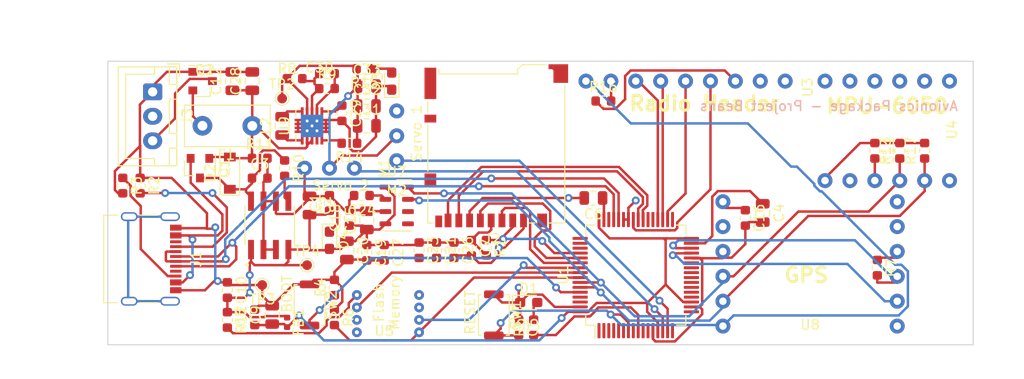
<source format=kicad_pcb>
(kicad_pcb (version 20171130) (host pcbnew "(5.1.6)-1")
  (layers (0 F.Cu signal) (1 GND power) (2 PWR power) (31 B.Cu signal) (34 B.Paste user) (35 F.Paste user) (36 B.SilkS user) (37 F.SilkS user) (38 B.Mask user) (39 F.Mask user) (44 Edge.Cuts user))
  (net 0 "")
  (net 1 GND)
  (net 2 +3V3)
  (net 3 "Net-(C3-Pad1)")
  (net 4 "Net-(C4-Pad1)")
  (net 5 ~RESET~)
  (net 6 "Net-(C6-Pad1)")
  (net 7 "Net-(C8-Pad1)")
  (net 8 +7V4)
  (net 9 "Net-(C24-Pad1)")
  (net 10 "Net-(C29-Pad1)")
  (net 11 "Net-(C30-Pad1)")
  (net 12 +6V)
  (net 13 "Net-(D1-Pad2)")
  (net 14 "Net-(F1-Pad2)")
  (net 15 "Net-(J1-PadS1)")
  (net 16 /D+)
  (net 17 VBUS)
  (net 18 "Net-(J1-PadB5)")
  (net 19 "Net-(J1-PadB8)")
  (net 20 /D-)
  (net 21 "Net-(J1-PadA8)")
  (net 22 "Net-(J1-PadA5)")
  (net 23 /SDIO_D1)
  (net 24 /SDIO_D0)
  (net 25 /SDIO_CLK)
  (net 26 /SDIO_CMD)
  (net 27 /SDIO_D3)
  (net 28 "Net-(J2-Pad9)")
  (net 29 "Net-(J3-Pad3)")
  (net 30 "Net-(J3-Pad2)")
  (net 31 "Net-(L2-Pad2)")
  (net 32 "Net-(L2-Pad1)")
  (net 33 /BOOT0)
  (net 34 /D13)
  (net 35 /FLASH_MOSI)
  (net 36 /RX_D0)
  (net 37 "Net-(R10-Pad2)")
  (net 38 /FLASH_CS)
  (net 39 /SCL)
  (net 40 "Net-(R14-Pad2)")
  (net 41 /SDA)
  (net 42 /D10)
  (net 43 /D9)
  (net 44 /FLASH_MISO)
  (net 45 /FLASH_SCK)
  (net 46 /SDIO_D2)
  (net 47 "Net-(U1-Pad50)")
  (net 48 /SWCLK)
  (net 49 /SWDIO)
  (net 50 /G0)
  (net 51 /D5)
  (net 52 /D6)
  (net 53 /MOSI)
  (net 54 /MISO)
  (net 55 /SCK)
  (net 56 /SD_DETECT)
  (net 57 /TX_D1)
  (net 58 "Net-(U1-Pad27)")
  (net 59 /A5)
  (net 60 /A4)
  (net 61 "Net-(U1-Pad17)")
  (net 62 /PWM1)
  (net 63 /PWM0)
  (net 64 /D11)
  (net 65 /D12)
  (net 66 "Net-(U1-Pad8)")
  (net 67 "Net-(U1-Pad6)")
  (net 68 "Net-(U1-Pad5)")
  (net 69 "Net-(U1-Pad4)")
  (net 70 "Net-(U1-Pad3)")
  (net 71 "Net-(U1-Pad2)")
  (net 72 "Net-(U4-Pad9)")
  (net 73 "Net-(U4-Pad6)")
  (net 74 "Net-(U8-Pad7)")
  (net 75 "Net-(U8-Pad2)")
  (net 76 "Net-(D3-Pad2)")
  (net 77 "Net-(U4-Pad12)")
  (net 78 "Net-(U4-Pad10)")
  (net 79 "Net-(U4-Pad2)")
  (net 80 "Net-(R16-Pad2)")
  (net 81 "Net-(U1-Pad26)")
  (net 82 "Net-(U1-Pad23)")
  (net 83 "Net-(U1-Pad22)")
  (net 84 "Net-(U1-Pad21)")
  (net 85 "Net-(U1-Pad20)")
  (net 86 "Net-(U1-Pad16)")
  (net 87 "Net-(U4-Pad8)")
  (net 88 "Net-(U7-Pad6)")
  (net 89 "Net-(U7-Pad5)")
  (net 90 "Net-(U8-Pad11)")
  (net 91 "Net-(U1-Pad1)")
  (module Connector_USB:USB_C_Receptacle_Palconn_UTC16-G (layer F.Cu) (at 69.444 75.565 270)
    (fp_text reference J1 (at 0 -4.58 90) (layer F.SilkS))
    (fp_text value USB_C_Receptacle)
    (pad A12 smd rect (at 3.2 -2.51 270) (size 0.6 1.16) (layers F.Cu F.Paste F.Mask) (net 1 GND))
    (pad A9 smd rect (at 2.4 -2.51 270) (size 0.6 1.16) (layers F.Cu F.Paste F.Mask) (net 17 VBUS))
    (pad B1 smd rect (at 3.2 -2.51 270) (size 0.6 1.16) (layers F.Cu F.Paste F.Mask) (net 1 GND))
    (pad B4 smd rect (at 2.4 -2.51 270) (size 0.6 1.16) (layers F.Cu F.Paste F.Mask) (net 17 VBUS))
    (pad B12 smd rect (at -3.2 -2.51 270) (size 0.6 1.16) (layers F.Cu F.Paste F.Mask) (net 1 GND))
    (pad A1 smd rect (at -3.2 -2.51 270) (size 0.6 1.16) (layers F.Cu F.Paste F.Mask) (net 1 GND))
    (pad B9 smd rect (at -2.4 -2.51 270) (size 0.6 1.16) (layers F.Cu F.Paste F.Mask) (net 17 VBUS))
    (pad A4 smd rect (at -2.4 -2.51 270) (size 0.6 1.16) (layers F.Cu F.Paste F.Mask) (net 17 VBUS))
    (pad "" np_thru_hole circle (at -2.89 -1.45 90) (size 0.6 0.6) (drill 0.6) (layers *.Cu *.Mask))
    (pad "" np_thru_hole circle (at 2.89 -1.45 90) (size 0.6 0.6) (drill 0.6) (layers *.Cu *.Mask))
    (pad B5 smd rect (at 1.75 -2.51 90) (size 0.3 1.16) (layers F.Cu F.Paste F.Mask) (net 18 "Net-(J1-PadB5)"))
    (pad B6 smd rect (at 0.75 -2.51 90) (size 0.3 1.16) (layers F.Cu F.Paste F.Mask) (net 16 /D+))
    (pad A8 smd rect (at 1.25 -2.51 90) (size 0.3 1.16) (layers F.Cu F.Paste F.Mask) (net 21 "Net-(J1-PadA8)"))
    (pad A5 smd rect (at -1.25 -2.51 90) (size 0.3 1.16) (layers F.Cu F.Paste F.Mask) (net 22 "Net-(J1-PadA5)"))
    (pad B8 smd rect (at -1.75 -2.51 90) (size 0.3 1.16) (layers F.Cu F.Paste F.Mask) (net 19 "Net-(J1-PadB8)"))
    (pad A7 smd rect (at 0.25 -2.51 90) (size 0.3 1.16) (layers F.Cu F.Paste F.Mask) (net 20 /D-))
    (pad A6 smd rect (at -0.25 -2.51 90) (size 0.3 1.16) (layers F.Cu F.Paste F.Mask) (net 16 /D+))
    (pad B7 smd rect (at -0.75 -2.51 90) (size 0.3 1.16) (layers F.Cu F.Paste F.Mask) (net 20 /D-))
    (pad S1 thru_hole oval (at 4.32 2.24) (size 1.7 0.9) (drill oval 1.4 0.6) (layers *.Cu *.Mask) (net 15 "Net-(J1-PadS1)"))
    (pad S1 thru_hole oval (at -4.32 2.24) (size 1.7 0.9) (drill oval 1.4 0.6) (layers *.Cu *.Mask) (net 15 "Net-(J1-PadS1)"))
    (pad S1 thru_hole oval (at 4.32 -1.93) (size 2 0.9) (drill oval 1.7 0.6) (layers *.Cu *.Mask) (net 15 "Net-(J1-PadS1)"))
    (pad S1 thru_hole oval (at -4.32 -1.93) (size 2 0.9) (drill oval 1.7 0.6) (layers *.Cu *.Mask) (net 15 "Net-(J1-PadS1)"))
  )
  (module Resistor_SMD:R_0603_1608Metric (layer F.Cu) (at 66.548 68.072 270)
    (fp_text reference R3 (at 0 -1.43 90) (layer F.SilkS))
    (fp_text value 5.1k)
    (pad 2 smd roundrect (at 0.7875 0 270) (size 0.875 0.95) (layers F.Cu F.Paste F.Mask) (net 1 GND))
    (pad 1 smd roundrect (at -0.7875 0 270) (size 0.875 0.95) (layers F.Cu F.Paste F.Mask) (net 18 "Net-(J1-PadB5)"))
  )
  (module Resistor_SMD:R_0603_1608Metric (layer F.Cu) (at 68.326 68.072 270)
    (fp_text reference R2 (at 0 -1.43 90) (layer F.SilkS))
    (fp_text value 5.1k)
    (pad 2 smd roundrect (at 0.7875 0 270) (size 0.875 0.95) (layers F.Cu F.Paste F.Mask) (net 22 "Net-(J1-PadA5)"))
    (pad 1 smd roundrect (at -0.7875 0 270) (size 0.875 0.95) (layers F.Cu F.Paste F.Mask) (net 1 GND))
  )
  (module Resistor_SMD:R_0603_1608Metric (layer F.Cu) (at 115.57 59.436)
    (fp_text reference R16 (at 0 -1.43) (layer F.SilkS))
    (fp_text value 4.7K)
    (pad 2 smd roundrect (at 0.7875 0) (size 0.875 0.95) (layers F.Cu F.Paste F.Mask) (net 80 "Net-(R16-Pad2)"))
    (pad 1 smd roundrect (at -0.7875 0) (size 0.875 0.95) (layers F.Cu F.Paste F.Mask) (net 2 +3V3))
  )
  (module Capacitor_SMD:C_0603_1608Metric (layer F.Cu) (at 106.934 82.55 270)
    (fp_text reference C5 (at 0 -1.43 90) (layer F.SilkS))
    (fp_text value 0.1uF)
    (pad 2 smd roundrect (at 0.7875 0 270) (size 0.875 0.95) (layers F.Cu F.Paste F.Mask) (net 5 ~RESET~))
    (pad 1 smd roundrect (at -0.7875 0 270) (size 0.875 0.95) (layers F.Cu F.Paste F.Mask) (net 1 GND))
  )
  (module Button_Switch_SMD:SW_Push_SPST_NO_Alps_SKRK (layer F.Cu) (at 104.394 81.28 270)
    (fp_text reference SW1 (at 0 -2.25 90) (layer F.SilkS))
    (fp_text value SW_Push)
    (pad 1 smd roundrect (at -2.1 0 270) (size 0.8 2) (layers F.Cu F.Paste F.Mask) (net 1 GND))
    (pad 2 smd roundrect (at 2.1 0 270) (size 0.8 2) (layers F.Cu F.Paste F.Mask) (net 5 ~RESET~))
  )
  (module LED_SMD:LED_0603_1608Metric_Pad1.05x0.95mm_HandSolder (layer F.Cu) (at 107.95 80.01)
    (fp_text reference D1 (at 0 -1.43) (layer F.SilkS))
    (fp_text value LED)
    (pad 2 smd roundrect (at 0.875 0) (size 1.05 0.95) (layers F.Cu F.Paste F.Mask) (net 13 "Net-(D1-Pad2)"))
    (pad 1 smd roundrect (at -0.875 0) (size 1.05 0.95) (layers F.Cu F.Paste F.Mask) (net 1 GND))
  )
  (module Resistor_SMD:R_0603_1608Metric (layer F.Cu) (at 108.458 82.55 90)
    (fp_text reference R5 (at 0 -1.43 90) (layer F.SilkS))
    (fp_text value 2.2k)
    (pad 2 smd roundrect (at 0.7875 0 90) (size 0.875 0.95) (layers F.Cu F.Paste F.Mask) (net 13 "Net-(D1-Pad2)"))
    (pad 1 smd roundrect (at -0.7875 0 90) (size 0.875 0.95) (layers F.Cu F.Paste F.Mask) (net 34 /D13))
  )
  (module Resistor_SMD:R_0603_1608Metric (layer F.Cu) (at 143.51 76.454 270)
    (fp_text reference R7 (at 0 -1.43 90) (layer F.SilkS))
    (fp_text value 100k)
    (pad 2 smd roundrect (at 0.7875 0 270) (size 0.875 0.95) (layers F.Cu F.Paste F.Mask) (net 36 /RX_D0))
    (pad 1 smd roundrect (at -0.7875 0 270) (size 0.875 0.95) (layers F.Cu F.Paste F.Mask) (net 2 +3V3))
  )
  (module Capacitor_SMD:C_0805_2012Metric (layer F.Cu) (at 131.826 70.866 270)
    (fp_text reference C4 (at 0 -1.65 90) (layer F.SilkS))
    (fp_text value 10uF)
    (pad 2 smd roundrect (at 0.9375 0 270) (size 0.975 1.4) (layers F.Cu F.Paste F.Mask) (net 1 GND))
    (pad 1 smd roundrect (at -0.9375 0 270) (size 0.975 1.4) (layers F.Cu F.Paste F.Mask) (net 4 "Net-(C4-Pad1)"))
  )
  (module Resistor_SMD:R_0402_1005Metric (layer F.Cu) (at 83.312 82.042 270)
    (fp_text reference FB1 (at 0 -1.17 90) (layer F.SilkS))
    (fp_text value Ferrite_Bead)
    (pad 2 smd roundrect (at 0.485 0 270) (size 0.59 0.64) (layers F.Cu F.Paste F.Mask) (net 7 "Net-(C8-Pad1)"))
    (pad 1 smd roundrect (at -0.485 0 270) (size 0.59 0.64) (layers F.Cu F.Paste F.Mask) (net 2 +3V3))
  )
  (module GPS_head0:GPS_header_fp (layer F.Cu) (at 136.652 83.693)
    (fp_text reference U8 (at 0 -1.397) (layer F.SilkS))
    (fp_text value GPS_header)
    (pad 12 thru_hole circle (at 8.89 -13.97) (size 1.524 1.524) (drill 0.762) (layers *.Cu *.Mask) (net 1 GND))
    (pad 11 thru_hole circle (at 8.89 -11.43) (size 1.524 1.524) (drill 0.762) (layers *.Cu *.Mask) (net 90 "Net-(U8-Pad11)"))
    (pad 10 thru_hole circle (at 8.89 -8.89) (size 1.524 1.524) (drill 0.762) (layers *.Cu *.Mask) (net 2 +3V3))
    (pad 9 thru_hole circle (at 8.89 -6.35) (size 1.524 1.524) (drill 0.762) (layers *.Cu *.Mask) (net 36 /RX_D0))
    (pad 8 thru_hole circle (at 8.89 -3.81) (size 1.524 1.524) (drill 0.762) (layers *.Cu *.Mask) (net 57 /TX_D1))
    (pad 7 thru_hole circle (at 8.89 -1.27) (size 1.524 1.524) (drill 0.762) (layers *.Cu *.Mask) (net 74 "Net-(U8-Pad7)"))
    (pad 1 thru_hole circle (at -8.89 -13.97) (size 1.524 1.524) (drill 0.762) (layers *.Cu *.Mask) (net 2 +3V3))
    (pad 2 thru_hole circle (at -8.89 -11.43) (size 1.524 1.524) (drill 0.762) (layers *.Cu *.Mask) (net 75 "Net-(U8-Pad2)"))
    (pad 3 thru_hole circle (at -8.89 -8.89) (size 1.524 1.524) (drill 0.762) (layers *.Cu *.Mask) (net 1 GND))
    (pad 4 thru_hole circle (at -8.89 -6.35) (size 1.524 1.524) (drill 0.762) (layers *.Cu *.Mask) (net 39 /SCL))
    (pad 5 thru_hole circle (at -8.89 -3.81) (size 1.524 1.524) (drill 0.762) (layers *.Cu *.Mask) (net 41 /SDA))
    (pad 6 thru_hole circle (at -8.89 -1.27) (size 1.524 1.524) (drill 0.762) (layers *.Cu *.Mask) (net 5 ~RESET~))
  )
  (module GPS_head0:W25Q16JV_footprint (layer F.Cu) (at 92.964 85.598)
    (fp_text reference U5 (at 0.254 -2.667) (layer F.SilkS))
    (fp_text value W25Q16JV)
    (pad 8 thru_hole circle (at 3.81 -6.35) (size 1 1) (drill 0.42) (layers *.Cu *.Mask) (net 2 +3V3))
    (pad 7 thru_hole circle (at 3.81 -5.08) (size 1 1) (drill 0.42) (layers *.Cu *.Mask) (net 2 +3V3))
    (pad 6 thru_hole circle (at 3.81 -3.81) (size 1 1) (drill 0.42) (layers *.Cu *.Mask) (net 45 /FLASH_SCK))
    (pad 5 thru_hole circle (at 3.81 -2.54) (size 1 1) (drill 0.42) (layers *.Cu *.Mask) (net 35 /FLASH_MOSI))
    (pad 1 thru_hole circle (at -2.54 -6.35) (size 1 1) (drill 0.42) (layers *.Cu *.Mask) (net 38 /FLASH_CS))
    (pad 2 thru_hole circle (at -2.54 -5.08) (size 1 1) (drill 0.42) (layers *.Cu *.Mask) (net 44 /FLASH_MISO))
    (pad 3 thru_hole circle (at -2.54 -3.81) (size 1 1) (drill 0.42) (layers *.Cu *.Mask) (net 2 +3V3))
    (pad 4 thru_hole circle (at -2.54 -2.54) (size 1 1) (drill 0.42) (layers *.Cu *.Mask) (net 1 GND))
  )
  (module GPS_head0:MPU6050-footprint (layer F.Cu) (at 153.416 62.484 90)
    (fp_text reference U4 (at 0.127 -2.286 90) (layer F.SilkS))
    (fp_text value MPU6050_BO_FP)
    (pad 12 thru_hole circle (at 5.08 -15.24 90) (size 1.524 1.524) (drill 0.762) (layers *.Cu *.Mask) (net 77 "Net-(U4-Pad12)"))
    (pad 11 thru_hole circle (at 5.08 -12.7 90) (size 1.524 1.524) (drill 0.762) (layers *.Cu *.Mask) (net 1 GND))
    (pad 10 thru_hole circle (at 5.08 -10.16 90) (size 1.524 1.524) (drill 0.762) (layers *.Cu *.Mask) (net 78 "Net-(U4-Pad10)"))
    (pad 9 thru_hole circle (at 5.08 -7.62 90) (size 1.524 1.524) (drill 0.762) (layers *.Cu *.Mask) (net 72 "Net-(U4-Pad9)"))
    (pad 8 thru_hole circle (at 5.08 -5.08 90) (size 1.524 1.524) (drill 0.762) (layers *.Cu *.Mask) (net 87 "Net-(U4-Pad8)"))
    (pad 7 thru_hole circle (at 5.08 -2.54 90) (size 1.524 1.524) (drill 0.762) (layers *.Cu *.Mask) (net 1 GND))
    (pad 1 thru_hole circle (at -5.08 -15.24 90) (size 1.524 1.524) (drill 0.762) (layers *.Cu *.Mask) (net 2 +3V3))
    (pad 2 thru_hole circle (at -5.08 -12.7 90) (size 1.524 1.524) (drill 0.762) (layers *.Cu *.Mask) (net 79 "Net-(U4-Pad2)"))
    (pad 3 thru_hole circle (at -5.08 -10.16 90) (size 1.524 1.524) (drill 0.762) (layers *.Cu *.Mask) (net 1 GND))
    (pad 4 thru_hole circle (at -5.08 -7.62 90) (size 1.524 1.524) (drill 0.762) (layers *.Cu *.Mask) (net 39 /SCL))
    (pad 5 thru_hole circle (at -5.08 -5.08 90) (size 1.524 1.524) (drill 0.762) (layers *.Cu *.Mask) (net 41 /SDA))
    (pad 6 thru_hole circle (at -5.08 -2.54 90) (size 1.524 1.524) (drill 0.762) (layers *.Cu *.Mask) (net 73 "Net-(U4-Pad6)"))
  )
  (module Resistor_SMD:R_0603_1608Metric (layer F.Cu) (at 103.632 74.422 270)
    (fp_text reference R1 (at 0 -1.43 90) (layer F.SilkS))
    (fp_text value 10k)
    (pad 2 smd roundrect (at 0.7875 0 270) (size 0.875 0.95) (layers F.Cu F.Paste F.Mask) (net 2 +3V3))
    (pad 1 smd roundrect (at -0.7875 0 270) (size 0.875 0.95) (layers F.Cu F.Paste F.Mask) (net 27 /SDIO_D3))
  )
  (module GPS_head0:JR_servo_connector (layer F.Cu) (at 94.488 68.072)
    (fp_text reference M2 (at 0 0.5) (layer F.SilkS))
    (fp_text value Motor_Servo_JR)
    (pad 3 thru_hole circle (at 0 -7.62) (size 1.524 1.524) (drill 0.762) (layers *.Cu *.Mask) (net 1 GND))
    (pad 2 thru_hole circle (at 0 -5.08) (size 1.524 1.524) (drill 0.762) (layers *.Cu *.Mask) (net 12 +6V))
    (pad 1 thru_hole circle (at 0 -2.54) (size 1.524 1.524) (drill 0.762) (layers *.Cu *.Mask) (net 62 /PWM1))
  )
  (module Resistor_SMD:R_0603_1608Metric (layer F.Cu) (at 89.662 63.754 180)
    (fp_text reference R14 (at 0 -1.43) (layer F.SilkS))
    (fp_text value 1M)
    (pad 2 smd roundrect (at 0.7875 0 180) (size 0.875 0.95) (layers F.Cu F.Paste F.Mask) (net 40 "Net-(R14-Pad2)"))
    (pad 1 smd roundrect (at -0.7875 0 180) (size 0.875 0.95) (layers F.Cu F.Paste F.Mask) (net 12 +6V))
  )
  (module Inductor_SMD:L_0805_2012Metric (layer F.Cu) (at 82.804 61.976 90)
    (fp_text reference L2 (at 0 -1.65 90) (layer F.SilkS))
    (fp_text value 1uH)
    (pad 2 smd roundrect (at 0.9375 0 90) (size 0.975 1.4) (layers F.Cu F.Paste F.Mask) (net 31 "Net-(L2-Pad2)"))
    (pad 1 smd roundrect (at -0.9375 0 90) (size 0.975 1.4) (layers F.Cu F.Paste F.Mask) (net 32 "Net-(L2-Pad1)"))
  )
  (module GPS_head0:JR_servo_connector (layer F.Cu) (at 92.71 66.294 90)
    (fp_text reference M1 (at 0 0.5 90) (layer F.SilkS))
    (fp_text value Motor_Servo_JR)
    (pad 3 thru_hole circle (at 0 -7.62 90) (size 1.524 1.524) (drill 0.762) (layers *.Cu *.Mask) (net 1 GND))
    (pad 2 thru_hole circle (at 0 -5.08 90) (size 1.524 1.524) (drill 0.762) (layers *.Cu *.Mask) (net 12 +6V))
    (pad 1 thru_hole circle (at 0 -2.54 90) (size 1.524 1.524) (drill 0.762) (layers *.Cu *.Mask) (net 63 /PWM0))
  )
  (module TestPoint:TestPoint_Pad_D1.0mm (layer F.Cu) (at 85.344 76.2)
    (fp_text reference TP4 (at 0 -1.448) (layer F.SilkS))
    (fp_text value TestPoint)
    (pad 1 smd circle (at 0 0) (size 1 1) (layers F.Cu F.Mask) (net 2 +3V3))
  )
  (module TestPoint:TestPoint_Pad_D1.0mm (layer F.Cu) (at 80.772 78.232 180)
    (fp_text reference TP3 (at 0 -1.448) (layer F.SilkS))
    (fp_text value TestPoint)
    (pad 1 smd circle (at 0 0 180) (size 1 1) (layers F.Cu F.Mask) (net 1 GND))
  )
  (module TestPoint:TestPoint_Pad_D1.0mm (layer F.Cu) (at 82.804 59.182)
    (fp_text reference TP2 (at 0 -1.448) (layer F.SilkS))
    (fp_text value TestPoint)
    (pad 1 smd circle (at 0 0) (size 1 1) (layers F.Cu F.Mask) (net 12 +6V))
  )
  (module Resistor_SMD:R_0603_1608Metric (layer F.Cu) (at 91.186 56.134 180)
    (fp_text reference R15 (at 0 -1.43) (layer F.SilkS))
    (fp_text value 46)
    (pad 2 smd roundrect (at 0.7875 0 180) (size 0.875 0.95) (layers F.Cu F.Paste F.Mask) (net 12 +6V))
    (pad 1 smd roundrect (at -0.7875 0 180) (size 0.875 0.95) (layers F.Cu F.Paste F.Mask) (net 76 "Net-(D3-Pad2)"))
  )
  (module LED_SMD:LED_0603_1608Metric_Pad1.05x0.95mm_HandSolder (layer F.Cu) (at 87.63 73.66 270)
    (fp_text reference D4 (at 0 -1.43 90) (layer F.SilkS))
    (fp_text value LED)
    (pad 2 smd roundrect (at 0.875 0 270) (size 1.05 0.95) (layers F.Cu F.Paste F.Mask) (net 2 +3V3))
    (pad 1 smd roundrect (at -0.875 0 270) (size 1.05 0.95) (layers F.Cu F.Paste F.Mask) (net 1 GND))
  )
  (module LED_SMD:LED_0603_1608Metric_Pad1.05x0.95mm_HandSolder (layer F.Cu) (at 93.98 57.404 90)
    (fp_text reference D3 (at 0 -1.43 90) (layer F.SilkS))
    (fp_text value LED)
    (pad 2 smd roundrect (at 0.875 0 90) (size 1.05 0.95) (layers F.Cu F.Paste F.Mask) (net 76 "Net-(D3-Pad2)"))
    (pad 1 smd roundrect (at -0.875 0 90) (size 1.05 0.95) (layers F.Cu F.Paste F.Mask) (net 1 GND))
  )
  (module Package_SON:Texas_S-PWSON-N10_ThermalVias (layer F.Cu) (at 85.852 61.976 90)
    (fp_text reference U9 (at 0 -2.8 90) (layer F.SilkS))
    (fp_text value TPS63060)
    (pad 11 smd rect (at 0.6 1.425 90) (size 0.23 0.6) (layers F.Cu F.Paste F.Mask) (net 1 GND))
    (pad 11 smd rect (at 0.2 1.425 90) (size 0.23 0.6) (layers F.Cu F.Paste F.Mask) (net 1 GND))
    (pad 11 smd rect (at -0.2 1.425 90) (size 0.23 0.6) (layers F.Cu F.Paste F.Mask) (net 1 GND))
    (pad 11 smd rect (at -0.6 1.425 90) (size 0.23 0.6) (layers F.Cu F.Paste F.Mask) (net 1 GND))
    (pad 11 smd rect (at 0.6 -1.425 90) (size 0.23 0.6) (layers F.Cu F.Paste F.Mask) (net 1 GND))
    (pad 11 smd rect (at 0.2 -1.425 90) (size 0.23 0.6) (layers F.Cu F.Paste F.Mask) (net 1 GND))
    (pad 11 smd rect (at -0.2 -1.425 90) (size 0.23 0.6) (layers F.Cu F.Paste F.Mask) (net 1 GND))
    (pad 11 smd rect (at -0.6 -1.425 90) (size 0.23 0.6) (layers F.Cu F.Paste F.Mask) (net 1 GND))
    (pad 11 smd rect (at 0.435 -0.56 90) (size 0.65 0.9) (layers F.Cu F.Paste F.Mask) (net 1 GND))
    (pad 11 smd rect (at -0.435 0.56 90) (size 0.65 0.9) (layers F.Cu F.Paste F.Mask) (net 1 GND))
    (pad 11 smd rect (at 0.435 0.56 90) (size 0.65 0.9) (layers F.Cu F.Paste F.Mask) (net 1 GND))
    (pad 11 smd rect (at -0.435 -0.56 90) (size 0.65 0.9) (layers F.Cu F.Paste F.Mask) (net 1 GND))
    (pad 11 smd rect (at -0.001 0 90) (size 2.3 2.3) (layers B.Cu) (net 1 GND))
    (pad 10 smd oval (at 1.475 -1 90) (size 0.85 0.28) (layers F.Cu F.Paste F.Mask) (net 31 "Net-(L2-Pad2)"))
    (pad 9 smd oval (at 1.475 -0.5 90) (size 0.85 0.28) (layers F.Cu F.Paste F.Mask) (net 12 +6V))
    (pad 8 smd oval (at 1.475 0 90) (size 0.85 0.28) (layers F.Cu F.Paste F.Mask) (net 11 "Net-(C30-Pad1)"))
    (pad 7 smd rect (at 1.76 0.5 90) (size 0.28 0.28) (layers F.Cu F.Paste F.Mask) (net 1 GND))
    (pad 6 smd rect (at 1.76 1 90) (size 0.28 0.28) (layers F.Cu F.Paste F.Mask) (net 10 "Net-(C29-Pad1)"))
    (pad 5 smd oval (at -1.475 1 90) (size 0.85 0.28) (layers F.Cu F.Paste F.Mask) (net 40 "Net-(R14-Pad2)"))
    (pad 4 smd rect (at -1.76 0.5 90) (size 0.28 0.28) (layers F.Cu F.Paste F.Mask) (net 1 GND))
    (pad 3 smd oval (at -1.475 0 90) (size 0.85 0.28) (layers F.Cu F.Paste F.Mask) (net 8 +7V4))
    (pad 2 smd rect (at -1.76 -0.5 90) (size 0.28 0.28) (layers F.Cu F.Paste F.Mask) (net 8 +7V4))
    (pad 1 smd rect (at -1.76 -1 90) (size 0.28 0.28) (layers F.Cu F.Paste F.Mask) (net 32 "Net-(L2-Pad1)"))
    (pad 11 smd rect (at 0 0 90) (size 1.7 2.15) (layers F.Cu F.Mask) (net 1 GND))
    (pad 11 smd rect (at 0.2 1.425 90) (size 0.25 0.7) (layers F.Cu F.Paste F.Mask) (net 1 GND))
    (pad 11 smd rect (at -0.2 1.425 90) (size 0.25 0.7) (layers F.Cu F.Paste F.Mask) (net 1 GND))
    (pad 11 smd rect (at 0.2 -1.425 90) (size 0.25 0.7) (layers F.Cu F.Paste F.Mask) (net 1 GND))
    (pad 11 smd rect (at -0.2 -1.425 90) (size 0.25 0.7) (layers F.Cu F.Paste F.Mask) (net 1 GND))
    (pad 11 thru_hole circle (at 0.5 0.5 90) (size 0.6 0.6) (drill 0.3) (layers *.Cu *.Mask) (net 1 GND))
    (pad 11 thru_hole circle (at -0.5 0.5 90) (size 0.6 0.6) (drill 0.3) (layers *.Cu *.Mask) (net 1 GND))
    (pad 11 thru_hole circle (at 0.5 -0.5 90) (size 0.6 0.6) (drill 0.3) (layers *.Cu *.Mask) (net 1 GND))
    (pad 11 thru_hole circle (at -0.5 -0.5 90) (size 0.6 0.6) (drill 0.3) (layers *.Cu *.Mask) (net 1 GND))
    (pad 11 thru_hole circle (at 0 0 90) (size 0.6 0.6) (drill 0.3) (layers *.Cu *.Mask) (net 1 GND))
    (pad 10 smd rect (at 1.76 -1 90) (size 0.28 0.28) (layers F.Cu F.Paste F.Mask) (net 31 "Net-(L2-Pad2)"))
    (pad 9 smd rect (at 1.76 -0.5 90) (size 0.28 0.28) (layers F.Cu F.Paste F.Mask) (net 12 +6V))
    (pad 8 smd rect (at 1.76 0 90) (size 0.28 0.28) (layers F.Cu F.Paste F.Mask) (net 11 "Net-(C30-Pad1)"))
    (pad 7 smd oval (at 1.475 0.5 90) (size 0.85 0.28) (layers F.Cu F.Paste F.Mask) (net 1 GND))
    (pad 6 smd oval (at 1.475 1 90) (size 0.85 0.28) (layers F.Cu F.Paste F.Mask) (net 10 "Net-(C29-Pad1)"))
    (pad 5 smd rect (at -1.76 1 90) (size 0.28 0.28) (layers F.Cu F.Paste F.Mask) (net 40 "Net-(R14-Pad2)"))
    (pad 4 smd oval (at -1.475 0.5 90) (size 0.85 0.28) (layers F.Cu F.Paste F.Mask) (net 1 GND))
    (pad 3 smd rect (at -1.76 0 90) (size 0.28 0.28) (layers F.Cu F.Paste F.Mask) (net 8 +7V4))
    (pad 2 smd oval (at -1.475 -0.5 90) (size 0.85 0.28) (layers F.Cu F.Paste F.Mask) (net 8 +7V4))
    (pad 1 smd oval (at -1.475 -1 90) (size 0.85 0.28) (layers F.Cu F.Paste F.Mask) (net 32 "Net-(L2-Pad1)"))
    (pad 11 smd rect (at 0.6 -1.425 90) (size 0.25 0.7) (layers F.Cu F.Paste F.Mask) (net 1 GND))
    (pad 11 smd rect (at -0.6 -1.425 90) (size 0.25 0.7) (layers F.Cu F.Paste F.Mask) (net 1 GND))
    (pad 11 smd rect (at 0.6 1.425 90) (size 0.25 0.7) (layers F.Cu F.Paste F.Mask) (net 1 GND))
    (pad 11 smd rect (at -0.6 1.425 90) (size 0.25 0.7) (layers F.Cu F.Paste F.Mask) (net 1 GND))
  )
  (module Package_LGA:NXP_LGA-8_3x5mm_P1.25mm_H1.1mm (layer F.Cu) (at 94.488 70.104)
    (fp_text reference U7 (at 0 -3.45) (layer F.SilkS))
    (fp_text value MPL3115A2)
    (pad 8 smd roundrect (at 1.15 -1.875) (size 1.2 0.5) (layers F.Cu F.Paste F.Mask) (net 39 /SCL))
    (pad 7 smd roundrect (at 1.15 -0.625) (size 1.2 0.5) (layers F.Cu F.Paste F.Mask) (net 41 /SDA))
    (pad 6 smd roundrect (at 1.15 0.625) (size 1.2 0.5) (layers F.Cu F.Paste F.Mask) (net 88 "Net-(U7-Pad6)"))
    (pad 5 smd roundrect (at 1.15 1.875) (size 1.2 0.5) (layers F.Cu F.Paste F.Mask) (net 89 "Net-(U7-Pad5)"))
    (pad 4 smd roundrect (at -1.15 1.875) (size 1.2 0.5) (layers F.Cu F.Paste F.Mask) (net 2 +3V3))
    (pad 3 smd roundrect (at -1.15 0.625) (size 1.2 0.5) (layers F.Cu F.Paste F.Mask) (net 1 GND))
    (pad 2 smd roundrect (at -1.15 -0.625) (size 1.2 0.5) (layers F.Cu F.Paste F.Mask) (net 9 "Net-(C24-Pad1)"))
    (pad 1 smd roundrect (at -1.15 -1.875) (size 1.2 0.5) (layers F.Cu F.Paste F.Mask) (net 2 +3V3))
  )
  (module GPS_head0:gps_header_footprint (layer F.Cu) (at 135.382 57.404 90)
    (fp_text reference U3 (at -0.635 1.016 90) (layer F.SilkS))
    (fp_text value Radio_Header)
    (pad 1 thru_hole circle (at 0 -1.27 90) (size 1.524 1.524) (drill 0.762) (layers *.Cu *.Mask) (net 2 +3V3))
    (pad 2 thru_hole circle (at 0 -3.81 90) (size 1.524 1.524) (drill 0.762) (layers *.Cu *.Mask) (net 1 GND))
    (pad 3 thru_hole circle (at 0 -6.35 90) (size 1.524 1.524) (drill 0.762) (layers *.Cu *.Mask) (net 2 +3V3))
    (pad 4 thru_hole circle (at 0 -8.89 90) (size 1.524 1.524) (drill 0.762) (layers *.Cu *.Mask) (net 50 /G0))
    (pad 5 thru_hole circle (at 0 -11.43 90) (size 1.524 1.524) (drill 0.762) (layers *.Cu *.Mask) (net 55 /SCK))
    (pad 6 thru_hole circle (at 0 -13.97 90) (size 1.524 1.524) (drill 0.762) (layers *.Cu *.Mask) (net 54 /MISO))
    (pad 7 thru_hole circle (at 0 -16.51 90) (size 1.524 1.524) (drill 0.762) (layers *.Cu *.Mask) (net 53 /MOSI))
    (pad 8 thru_hole circle (at 0 -19.05 90) (size 1.524 1.524) (drill 0.762) (layers *.Cu *.Mask) (net 80 "Net-(R16-Pad2)"))
    (pad 9 thru_hole circle (at 0 -21.59 90) (size 1.524 1.524) (drill 0.762) (layers *.Cu *.Mask) (net 5 ~RESET~))
  )
  (module "3v3 _linReg:SOIC127P599X175-8N" (layer F.Cu) (at 81.534 72.136 90)
    (fp_text reference U2 (at -0.325 -3.635 90) (layer F.SilkS) (effects (font (thickness 0.015))))
    (fp_text value UCC381DP-3)
    (pad 8 smd rect (at 2.47 -1.905 90) (size 1.97 0.6) (layers F.Cu F.Paste F.Mask) (net 3 "Net-(C3-Pad1)"))
    (pad 7 smd rect (at 2.47 -0.635 90) (size 1.97 0.6) (layers F.Cu F.Paste F.Mask) (net 1 GND))
    (pad 6 smd rect (at 2.47 0.635 90) (size 1.97 0.6) (layers F.Cu F.Paste F.Mask) (net 1 GND))
    (pad 5 smd rect (at 2.47 1.905 90) (size 1.97 0.6) (layers F.Cu F.Paste F.Mask) (net 37 "Net-(R10-Pad2)"))
    (pad 4 smd rect (at -2.47 1.905 90) (size 1.97 0.6) (layers F.Cu F.Paste F.Mask) (net 2 +3V3))
    (pad 3 smd rect (at -2.47 0.635 90) (size 1.97 0.6) (layers F.Cu F.Paste F.Mask) (net 1 GND))
    (pad 2 smd rect (at -2.47 -0.635 90) (size 1.97 0.6) (layers F.Cu F.Paste F.Mask) (net 1 GND))
    (pad 1 smd rect (at -2.47 -1.905 90) (size 1.97 0.6) (layers F.Cu F.Paste F.Mask) (net 2 +3V3))
  )
  (module Package_QFP:LQFP-64_10x10mm_P0.5mm (layer F.Cu) (at 118.872 77.216 90)
    (fp_text reference U1 (at 0 -7.4 90) (layer F.SilkS))
    (fp_text value STM32F405RGTx)
    (pad 64 smd roundrect (at -3.75 -5.675 90) (size 0.3 1.55) (layers F.Cu F.Paste F.Mask) (net 7 "Net-(C8-Pad1)"))
    (pad 63 smd roundrect (at -3.25 -5.675 90) (size 0.3 1.55) (layers F.Cu F.Paste F.Mask) (net 1 GND))
    (pad 62 smd roundrect (at -2.75 -5.675 90) (size 0.3 1.55) (layers F.Cu F.Paste F.Mask) (net 42 /D10))
    (pad 61 smd roundrect (at -2.25 -5.675 90) (size 0.3 1.55) (layers F.Cu F.Paste F.Mask) (net 43 /D9))
    (pad 60 smd roundrect (at -1.75 -5.675 90) (size 0.3 1.55) (layers F.Cu F.Paste F.Mask) (net 33 /BOOT0))
    (pad 59 smd roundrect (at -1.25 -5.675 90) (size 0.3 1.55) (layers F.Cu F.Paste F.Mask) (net 41 /SDA))
    (pad 58 smd roundrect (at -0.75 -5.675 90) (size 0.3 1.55) (layers F.Cu F.Paste F.Mask) (net 39 /SCL))
    (pad 57 smd roundrect (at -0.25 -5.675 90) (size 0.3 1.55) (layers F.Cu F.Paste F.Mask) (net 35 /FLASH_MOSI))
    (pad 56 smd roundrect (at 0.25 -5.675 90) (size 0.3 1.55) (layers F.Cu F.Paste F.Mask) (net 44 /FLASH_MISO))
    (pad 55 smd roundrect (at 0.75 -5.675 90) (size 0.3 1.55) (layers F.Cu F.Paste F.Mask) (net 45 /FLASH_SCK))
    (pad 54 smd roundrect (at 1.25 -5.675 90) (size 0.3 1.55) (layers F.Cu F.Paste F.Mask) (net 26 /SDIO_CMD))
    (pad 53 smd roundrect (at 1.75 -5.675 90) (size 0.3 1.55) (layers F.Cu F.Paste F.Mask) (net 25 /SDIO_CLK))
    (pad 52 smd roundrect (at 2.25 -5.675 90) (size 0.3 1.55) (layers F.Cu F.Paste F.Mask) (net 27 /SDIO_D3))
    (pad 51 smd roundrect (at 2.75 -5.675 90) (size 0.3 1.55) (layers F.Cu F.Paste F.Mask) (net 46 /SDIO_D2))
    (pad 50 smd roundrect (at 3.25 -5.675 90) (size 0.3 1.55) (layers F.Cu F.Paste F.Mask) (net 47 "Net-(U1-Pad50)"))
    (pad 49 smd roundrect (at 3.75 -5.675 90) (size 0.3 1.55) (layers F.Cu F.Paste F.Mask) (net 48 /SWCLK))
    (pad 48 smd roundrect (at 5.675 -3.75 90) (size 1.55 0.3) (layers F.Cu F.Paste F.Mask) (net 7 "Net-(C8-Pad1)"))
    (pad 47 smd roundrect (at 5.675 -3.25 90) (size 1.55 0.3) (layers F.Cu F.Paste F.Mask) (net 6 "Net-(C6-Pad1)"))
    (pad 46 smd roundrect (at 5.675 -2.75 90) (size 1.55 0.3) (layers F.Cu F.Paste F.Mask) (net 49 /SWDIO))
    (pad 45 smd roundrect (at 5.675 -2.25 90) (size 1.55 0.3) (layers F.Cu F.Paste F.Mask) (net 16 /D+))
    (pad 44 smd roundrect (at 5.675 -1.75 90) (size 1.55 0.3) (layers F.Cu F.Paste F.Mask) (net 20 /D-))
    (pad 43 smd roundrect (at 5.675 -1.25 90) (size 1.55 0.3) (layers F.Cu F.Paste F.Mask) (net 2 +3V3))
    (pad 42 smd roundrect (at 5.675 -0.75 90) (size 1.55 0.3) (layers F.Cu F.Paste F.Mask) (net 2 +3V3))
    (pad 41 smd roundrect (at 5.675 -0.25 90) (size 1.55 0.3) (layers F.Cu F.Paste F.Mask) (net 50 /G0))
    (pad 40 smd roundrect (at 5.675 0.25 90) (size 1.55 0.3) (layers F.Cu F.Paste F.Mask) (net 24 /SDIO_D0))
    (pad 39 smd roundrect (at 5.675 0.75 90) (size 1.55 0.3) (layers F.Cu F.Paste F.Mask) (net 23 /SDIO_D1))
    (pad 38 smd roundrect (at 5.675 1.25 90) (size 1.55 0.3) (layers F.Cu F.Paste F.Mask) (net 51 /D5))
    (pad 37 smd roundrect (at 5.675 1.75 90) (size 1.55 0.3) (layers F.Cu F.Paste F.Mask) (net 52 /D6))
    (pad 36 smd roundrect (at 5.675 2.25 90) (size 1.55 0.3) (layers F.Cu F.Paste F.Mask) (net 53 /MOSI))
    (pad 35 smd roundrect (at 5.675 2.75 90) (size 1.55 0.3) (layers F.Cu F.Paste F.Mask) (net 54 /MISO))
    (pad 34 smd roundrect (at 5.675 3.25 90) (size 1.55 0.3) (layers F.Cu F.Paste F.Mask) (net 55 /SCK))
    (pad 33 smd roundrect (at 5.675 3.75 90) (size 1.55 0.3) (layers F.Cu F.Paste F.Mask) (net 56 /SD_DETECT))
    (pad 32 smd roundrect (at 3.75 5.675 90) (size 0.3 1.55) (layers F.Cu F.Paste F.Mask) (net 7 "Net-(C8-Pad1)"))
    (pad 31 smd roundrect (at 3.25 5.675 90) (size 0.3 1.55) (layers F.Cu F.Paste F.Mask) (net 4 "Net-(C4-Pad1)"))
    (pad 30 smd roundrect (at 2.75 5.675 90) (size 0.3 1.55) (layers F.Cu F.Paste F.Mask) (net 36 /RX_D0))
    (pad 29 smd roundrect (at 2.25 5.675 90) (size 0.3 1.55) (layers F.Cu F.Paste F.Mask) (net 57 /TX_D1))
    (pad 28 smd roundrect (at 1.75 5.675 90) (size 0.3 1.55) (layers F.Cu F.Paste F.Mask) (net 1 GND))
    (pad 27 smd roundrect (at 1.25 5.675 90) (size 0.3 1.55) (layers F.Cu F.Paste F.Mask) (net 58 "Net-(U1-Pad27)"))
    (pad 26 smd roundrect (at 0.75 5.675 90) (size 0.3 1.55) (layers F.Cu F.Paste F.Mask) (net 81 "Net-(U1-Pad26)"))
    (pad 25 smd roundrect (at 0.25 5.675 90) (size 0.3 1.55) (layers F.Cu F.Paste F.Mask) (net 59 /A5))
    (pad 24 smd roundrect (at -0.25 5.675 90) (size 0.3 1.55) (layers F.Cu F.Paste F.Mask) (net 60 /A4))
    (pad 23 smd roundrect (at -0.75 5.675 90) (size 0.3 1.55) (layers F.Cu F.Paste F.Mask) (net 82 "Net-(U1-Pad23)"))
    (pad 22 smd roundrect (at -1.25 5.675 90) (size 0.3 1.55) (layers F.Cu F.Paste F.Mask) (net 83 "Net-(U1-Pad22)"))
    (pad 21 smd roundrect (at -1.75 5.675 90) (size 0.3 1.55) (layers F.Cu F.Paste F.Mask) (net 84 "Net-(U1-Pad21)"))
    (pad 20 smd roundrect (at -2.25 5.675 90) (size 0.3 1.55) (layers F.Cu F.Paste F.Mask) (net 85 "Net-(U1-Pad20)"))
    (pad 19 smd roundrect (at -2.75 5.675 90) (size 0.3 1.55) (layers F.Cu F.Paste F.Mask) (net 7 "Net-(C8-Pad1)"))
    (pad 18 smd roundrect (at -3.25 5.675 90) (size 0.3 1.55) (layers F.Cu F.Paste F.Mask) (net 1 GND))
    (pad 17 smd roundrect (at -3.75 5.675 90) (size 0.3 1.55) (layers F.Cu F.Paste F.Mask) (net 61 "Net-(U1-Pad17)"))
    (pad 16 smd roundrect (at -5.675 3.75 90) (size 1.55 0.3) (layers F.Cu F.Paste F.Mask) (net 86 "Net-(U1-Pad16)"))
    (pad 15 smd roundrect (at -5.675 3.25 90) (size 1.55 0.3) (layers F.Cu F.Paste F.Mask) (net 62 /PWM1))
    (pad 14 smd roundrect (at -5.675 2.75 90) (size 1.55 0.3) (layers F.Cu F.Paste F.Mask) (net 63 /PWM0))
    (pad 13 smd roundrect (at -5.675 2.25 90) (size 1.55 0.3) (layers F.Cu F.Paste F.Mask) (net 7 "Net-(C8-Pad1)"))
    (pad 12 smd roundrect (at -5.675 1.75 90) (size 1.55 0.3) (layers F.Cu F.Paste F.Mask) (net 1 GND))
    (pad 11 smd roundrect (at -5.675 1.25 90) (size 1.55 0.3) (layers F.Cu F.Paste F.Mask) (net 64 /D11))
    (pad 10 smd roundrect (at -5.675 0.75 90) (size 1.55 0.3) (layers F.Cu F.Paste F.Mask) (net 65 /D12))
    (pad 9 smd roundrect (at -5.675 0.25 90) (size 1.55 0.3) (layers F.Cu F.Paste F.Mask) (net 34 /D13))
    (pad 8 smd roundrect (at -5.675 -0.25 90) (size 1.55 0.3) (layers F.Cu F.Paste F.Mask) (net 66 "Net-(U1-Pad8)"))
    (pad 7 smd roundrect (at -5.675 -0.75 90) (size 1.55 0.3) (layers F.Cu F.Paste F.Mask) (net 5 ~RESET~))
    (pad 6 smd roundrect (at -5.675 -1.25 90) (size 1.55 0.3) (layers F.Cu F.Paste F.Mask) (net 67 "Net-(U1-Pad6)"))
    (pad 5 smd roundrect (at -5.675 -1.75 90) (size 1.55 0.3) (layers F.Cu F.Paste F.Mask) (net 68 "Net-(U1-Pad5)"))
    (pad 4 smd roundrect (at -5.675 -2.25 90) (size 1.55 0.3) (layers F.Cu F.Paste F.Mask) (net 69 "Net-(U1-Pad4)"))
    (pad 3 smd roundrect (at -5.675 -2.75 90) (size 1.55 0.3) (layers F.Cu F.Paste F.Mask) (net 70 "Net-(U1-Pad3)"))
    (pad 2 smd roundrect (at -5.675 -3.25 90) (size 1.55 0.3) (layers F.Cu F.Paste F.Mask) (net 71 "Net-(U1-Pad2)"))
    (pad 1 smd roundrect (at -5.675 -3.75 90) (size 1.55 0.3) (layers F.Cu F.Paste F.Mask) (net 91 "Net-(U1-Pad1)"))
  )
  (module Button_Switch_SMD:SW_Push_SPST_NO_Alps_SKRK (layer F.Cu) (at 85.598 80.264 270)
    (fp_text reference SW2 (at 0 -2.25 90) (layer F.SilkS))
    (fp_text value SW_Push)
    (pad 1 smd roundrect (at -2.1 0 270) (size 0.8 2) (layers F.Cu F.Paste F.Mask) (net 1 GND))
    (pad 2 smd roundrect (at 2.1 0 270) (size 0.8 2) (layers F.Cu F.Paste F.Mask) (net 33 /BOOT0))
  )
  (module Resistor_SMD:R_0603_1608Metric (layer F.Cu) (at 148.336 64.516 90)
    (fp_text reference R17 (at 0 -1.43 90) (layer F.SilkS))
    (fp_text value 4.7k)
    (pad 2 smd roundrect (at 0.7875 0 90) (size 0.875 0.95) (layers F.Cu F.Paste F.Mask) (net 2 +3V3))
    (pad 1 smd roundrect (at -0.7875 0 90) (size 0.875 0.95) (layers F.Cu F.Paste F.Mask) (net 41 /SDA))
  )
  (module Resistor_SMD:R_0603_1608Metric (layer F.Cu) (at 145.796 64.516 90)
    (fp_text reference R13 (at 0 -1.43 90) (layer F.SilkS))
    (fp_text value 4.7k)
    (pad 2 smd roundrect (at 0.7875 0 90) (size 0.875 0.95) (layers F.Cu F.Paste F.Mask) (net 2 +3V3))
    (pad 1 smd roundrect (at -0.7875 0 90) (size 0.875 0.95) (layers F.Cu F.Paste F.Mask) (net 39 /SCL))
  )
  (module Resistor_SMD:R_0603_1608Metric (layer F.Cu) (at 77.216 81.788 270)
    (fp_text reference R12 (at 0 -1.43 90) (layer F.SilkS))
    (fp_text value 4.7K)
    (pad 2 smd roundrect (at 0.7875 0 270) (size 0.875 0.95) (layers F.Cu F.Paste F.Mask) (net 38 /FLASH_CS))
    (pad 1 smd roundrect (at -0.7875 0 270) (size 0.875 0.95) (layers F.Cu F.Paste F.Mask) (net 2 +3V3))
  )
  (module Resistor_SMD:R_0603_1608Metric (layer F.Cu) (at 80.518 65.278)
    (fp_text reference R11 (at 0 -1.43) (layer F.SilkS))
    (fp_text value 100k)
    (pad 2 smd roundrect (at 0.7875 0) (size 0.875 0.95) (layers F.Cu F.Paste F.Mask) (net 1 GND))
    (pad 1 smd roundrect (at -0.7875 0) (size 0.875 0.95) (layers F.Cu F.Paste F.Mask) (net 8 +7V4))
  )
  (module Resistor_SMD:R_0603_1608Metric (layer F.Cu) (at 83.058 66.294 270)
    (fp_text reference R10 (at 0 -1.43 90) (layer F.SilkS))
    (fp_text value 10k)
    (pad 2 smd roundrect (at 0.7875 0 270) (size 0.875 0.95) (layers F.Cu F.Paste F.Mask) (net 37 "Net-(R10-Pad2)"))
    (pad 1 smd roundrect (at -0.7875 0 270) (size 0.875 0.95) (layers F.Cu F.Paste F.Mask) (net 3 "Net-(C3-Pad1)"))
  )
  (module Resistor_SMD:R_0603_1608Metric (layer F.Cu) (at 87.376 58.166)
    (fp_text reference R9 (at 0 -1.43) (layer F.SilkS))
    (fp_text value 200k)
    (pad 2 smd roundrect (at 0.7875 0) (size 0.875 0.95) (layers F.Cu F.Paste F.Mask) (net 1 GND))
    (pad 1 smd roundrect (at -0.7875 0) (size 0.875 0.95) (layers F.Cu F.Paste F.Mask) (net 11 "Net-(C30-Pad1)"))
  )
  (module Resistor_SMD:R_0603_1608Metric (layer F.Cu) (at 84.074 57.15)
    (fp_text reference R8 (at -0.762 -1.016) (layer F.SilkS))
    (fp_text value 2.2M)
    (pad 2 smd roundrect (at 0.7875 0) (size 0.875 0.95) (layers F.Cu F.Paste F.Mask) (net 11 "Net-(C30-Pad1)"))
    (pad 1 smd roundrect (at -0.7875 0) (size 0.875 0.95) (layers F.Cu F.Paste F.Mask) (net 12 +6V))
  )
  (module Resistor_SMD:R_0603_1608Metric (layer F.Cu) (at 88.138 81.534 270)
    (fp_text reference R6 (at 0 -1.43 90) (layer F.SilkS))
    (fp_text value 100k)
    (pad 2 smd roundrect (at 0.7875 0 270) (size 0.875 0.95) (layers F.Cu F.Paste F.Mask) (net 35 /FLASH_MOSI))
    (pad 1 smd roundrect (at -0.7875 0 270) (size 0.875 0.95) (layers F.Cu F.Paste F.Mask) (net 1 GND))
  )
  (module Resistor_SMD:R_0603_1608Metric (layer F.Cu) (at 88.138 78.486 90)
    (fp_text reference R4 (at 0 -1.43 90) (layer F.SilkS))
    (fp_text value 100k)
    (pad 2 smd roundrect (at 0.7875 0 90) (size 0.875 0.95) (layers F.Cu F.Paste F.Mask) (net 1 GND))
    (pad 1 smd roundrect (at -0.7875 0 90) (size 0.875 0.95) (layers F.Cu F.Paste F.Mask) (net 33 /BOOT0))
  )
  (module Package_TO_SOT_SMD:SOT-23 (layer F.Cu) (at 74.692 57.404)
    (fp_text reference Q2 (at 0.238 -1.143) (layer F.SilkS))
    (fp_text value DMG2301L)
    (pad 3 smd rect (at 1 0) (size 0.9 0.8) (layers F.Cu F.Paste F.Mask) (net 29 "Net-(J3-Pad3)"))
    (pad 2 smd rect (at -1 0.95) (size 0.9 0.8) (layers F.Cu F.Paste F.Mask) (net 14 "Net-(F1-Pad2)"))
    (pad 1 smd rect (at -1 -0.95) (size 0.9 0.8) (layers F.Cu F.Paste F.Mask) (net 1 GND))
  )
  (module Package_TO_SOT_SMD:SOT-23 (layer F.Cu) (at 74.422 66.294 270)
    (fp_text reference Q1 (at 0 -2.5 90) (layer F.SilkS))
    (fp_text value DMG2301L)
    (pad 3 smd rect (at 1 0 270) (size 0.9 0.8) (layers F.Cu F.Paste F.Mask) (net 3 "Net-(C3-Pad1)"))
    (pad 2 smd rect (at -1 0.95 270) (size 0.9 0.8) (layers F.Cu F.Paste F.Mask) (net 17 VBUS))
    (pad 1 smd rect (at -1 -0.95 270) (size 0.9 0.8) (layers F.Cu F.Paste F.Mask) (net 8 +7V4))
  )
  (module Connector_JST:JST_XH_B3B-XH-A_1x03_P2.50mm_Vertical (layer F.Cu) (at 69.596 58.5 270)
    (fp_text reference J3 (at 2.5 -3.55 90) (layer F.SilkS))
    (fp_text value Conn_01x03_Female)
    (pad 3 thru_hole oval (at 5 0 270) (size 1.7 1.95) (drill 0.95) (layers *.Cu *.Mask) (net 29 "Net-(J3-Pad3)"))
    (pad 2 thru_hole oval (at 2.5 0 270) (size 1.7 1.95) (drill 0.95) (layers *.Cu *.Mask) (net 30 "Net-(J3-Pad2)"))
    (pad 1 thru_hole roundrect (at 0 0 270) (size 1.7 1.95) (drill 0.95) (layers *.Cu *.Mask) (roundrect_rratio 0.147059) (net 1 GND))
  )
  (module Connector_Card:microSD_HC_Hirose_DM3BT-DSF-PEJS (layer F.Cu) (at 104.648 64.008 180)
    (fp_text reference J2 (at 0.425 -9.525) (layer F.SilkS))
    (fp_text value Micro_SD_Card)
    (pad 11 smd rect (at -5.825 7.825 225) (size 0.2 0.2) (layers F.Cu F.Paste F.Mask))
    (pad 10 smd rect (at 6.725 2.775 180) (size 1.2 0.8) (layers F.Cu F.Paste F.Mask))
    (pad 11 smd rect (at -5.575 8.075 180) (size 0.5 0.5) (layers F.Cu F.Paste F.Mask))
    (pad 8 smd rect (at 4.925 -7.625 180) (size 0.7 1.4) (layers F.Cu F.Paste F.Mask) (net 23 /SDIO_D1))
    (pad 7 smd rect (at 3.825 -7.625 180) (size 0.7 1.4) (layers F.Cu F.Paste F.Mask) (net 24 /SDIO_D0))
    (pad 6 smd rect (at 2.725 -7.625 180) (size 0.7 1.4) (layers F.Cu F.Paste F.Mask) (net 1 GND))
    (pad 5 smd rect (at 1.625 -7.625 180) (size 0.7 1.4) (layers F.Cu F.Paste F.Mask) (net 25 /SDIO_CLK))
    (pad 4 smd rect (at 0.525 -7.625 180) (size 0.7 1.4) (layers F.Cu F.Paste F.Mask) (net 2 +3V3))
    (pad 3 smd rect (at -0.575 -7.625 180) (size 0.7 1.4) (layers F.Cu F.Paste F.Mask) (net 26 /SDIO_CMD))
    (pad 2 smd rect (at -1.675 -7.625 180) (size 0.7 1.4) (layers F.Cu F.Paste F.Mask) (net 27 /SDIO_D3))
    (pad 9 smd rect (at 5.875 -7.725 180) (size 0.7 1.2) (layers F.Cu F.Paste F.Mask) (net 28 "Net-(J2-Pad9)"))
    (pad 11 smd rect (at 6.725 6.375 180) (size 1.2 3.2) (layers F.Cu F.Paste F.Mask))
    (pad 11 smd rect (at 6.725 -3.425 180) (size 1.2 1.2) (layers F.Cu F.Paste F.Mask))
    (pad 11 smd rect (at -4.675 -7.625 180) (size 1 1.4) (layers F.Cu F.Paste F.Mask))
    (pad 11 smd rect (at -6.575 7.375 180) (size 1.5 1.9) (layers F.Cu F.Paste F.Mask))
    (pad 1 smd rect (at -2.775 -7.625 180) (size 0.7 1.4) (layers F.Cu F.Paste F.Mask) (net 1 GND))
  )
  (module Fuse:Fuse_Littelfuse_395Series (layer F.Cu) (at 79.756 61.976 180)
    (fp_text reference F1 (at 2.65 -2.95) (layer F.SilkS))
    (fp_text value Polyfuse)
    (pad 2 thru_hole circle (at 5.08 0.01 180) (size 2 2) (drill 1) (layers *.Cu *.Mask) (net 14 "Net-(F1-Pad2)"))
    (pad 1 thru_hole circle (at 0 0 180) (size 2 2) (drill 1) (layers *.Cu *.Mask) (net 8 +7V4))
  )
  (module Diode_SMD:D_SOD-123 (layer F.Cu) (at 77.47 66.802 90)
    (fp_text reference D2 (at 0 -2 90) (layer F.SilkS))
    (fp_text value MBR0540)
    (pad 2 smd rect (at 1.65 0 90) (size 0.9 1.2) (layers F.Cu F.Paste F.Mask) (net 8 +7V4))
    (pad 1 smd rect (at -1.65 0 90) (size 0.9 1.2) (layers F.Cu F.Paste F.Mask) (net 3 "Net-(C3-Pad1)"))
  )
  (module Capacitor_SMD:C_0805_2012Metric (layer F.Cu) (at 91.44 57.912)
    (fp_text reference C33 (at 0 -1.65) (layer F.SilkS))
    (fp_text value 22uF)
    (pad 2 smd roundrect (at 0.9375 0) (size 0.975 1.4) (layers F.Cu F.Paste F.Mask) (net 1 GND))
    (pad 1 smd roundrect (at -0.9375 0) (size 0.975 1.4) (layers F.Cu F.Paste F.Mask) (net 12 +6V))
  )
  (module Capacitor_SMD:C_0805_2012Metric (layer F.Cu) (at 91.44 59.944)
    (fp_text reference C32 (at 0 -1.65) (layer F.SilkS))
    (fp_text value 22uF)
    (pad 2 smd roundrect (at 0.9375 0) (size 0.975 1.4) (layers F.Cu F.Paste F.Mask) (net 1 GND))
    (pad 1 smd roundrect (at -0.9375 0) (size 0.975 1.4) (layers F.Cu F.Paste F.Mask) (net 12 +6V))
  )
  (module Capacitor_SMD:C_0805_2012Metric (layer F.Cu) (at 91.44 61.976)
    (fp_text reference C31 (at 0 -1.65) (layer F.SilkS))
    (fp_text value 22uF)
    (pad 2 smd roundrect (at 0.9375 0) (size 0.975 1.4) (layers F.Cu F.Paste F.Mask) (net 1 GND))
    (pad 1 smd roundrect (at -0.9375 0) (size 0.975 1.4) (layers F.Cu F.Paste F.Mask) (net 12 +6V))
  )
  (module Capacitor_SMD:C_0603_1608Metric (layer F.Cu) (at 87.376 56.642)
    (fp_text reference C30 (at -0.762 -0.635) (layer F.SilkS))
    (fp_text value 10pF)
    (pad 2 smd roundrect (at 0.7875 0) (size 0.875 0.95) (layers F.Cu F.Paste F.Mask) (net 1 GND))
    (pad 1 smd roundrect (at -0.7875 0) (size 0.875 0.95) (layers F.Cu F.Paste F.Mask) (net 11 "Net-(C30-Pad1)"))
  )
  (module Capacitor_SMD:C_0603_1608Metric (layer F.Cu) (at 88.9 60.6805 270)
    (fp_text reference C29 (at 0 -1.43 90) (layer F.SilkS))
    (fp_text value 0.1uF)
    (pad 2 smd roundrect (at 0.7875 0 270) (size 0.875 0.95) (layers F.Cu F.Paste F.Mask) (net 1 GND))
    (pad 1 smd roundrect (at -0.7875 0 270) (size 0.875 0.95) (layers F.Cu F.Paste F.Mask) (net 10 "Net-(C29-Pad1)"))
  )
  (module Capacitor_SMD:C_0805_2012Metric (layer F.Cu) (at 79.756 57.404 90)
    (fp_text reference C28 (at 0 -1.65 90) (layer F.SilkS))
    (fp_text value 10uF)
    (pad 2 smd roundrect (at 0.9375 0 90) (size 0.975 1.4) (layers F.Cu F.Paste F.Mask) (net 1 GND))
    (pad 1 smd roundrect (at -0.9375 0 90) (size 0.975 1.4) (layers F.Cu F.Paste F.Mask) (net 8 +7V4))
  )
  (module Capacitor_SMD:C_0603_1608Metric (layer F.Cu) (at 93.218 74.93 270)
    (fp_text reference C27 (at 0 -1.43 90) (layer F.SilkS))
    (fp_text value 1uF)
    (pad 2 smd roundrect (at 0.7875 0 270) (size 0.875 0.95) (layers F.Cu F.Paste F.Mask) (net 1 GND))
    (pad 1 smd roundrect (at -0.7875 0 270) (size 0.875 0.95) (layers F.Cu F.Paste F.Mask) (net 2 +3V3))
  )
  (module Capacitor_SMD:C_0603_1608Metric (layer F.Cu) (at 100.33 74.676 270)
    (fp_text reference C26 (at 0 -1.43 90) (layer F.SilkS))
    (fp_text value 1uF)
    (pad 2 smd roundrect (at 0.7875 0 270) (size 0.875 0.95) (layers F.Cu F.Paste F.Mask) (net 1 GND))
    (pad 1 smd roundrect (at -0.7875 0 270) (size 0.875 0.95) (layers F.Cu F.Paste F.Mask) (net 2 +3V3))
  )
  (module Capacitor_SMD:C_0603_1608Metric (layer F.Cu) (at 90.932 69.088 180)
    (fp_text reference C24 (at 0 -1.524) (layer F.SilkS))
    (fp_text value 100nF)
    (pad 2 smd roundrect (at 0.7875 0 180) (size 0.875 0.95) (layers F.Cu F.Paste F.Mask) (net 1 GND))
    (pad 1 smd roundrect (at -0.7875 0 180) (size 0.875 0.95) (layers F.Cu F.Paste F.Mask) (net 9 "Net-(C24-Pad1)"))
  )
  (module Capacitor_SMD:C_0603_1608Metric (layer F.Cu) (at 96.774 74.676 270)
    (fp_text reference C23 (at 0 -1.43 90) (layer F.SilkS))
    (fp_text value 1uF)
    (pad 2 smd roundrect (at 0.7875 0 270) (size 0.875 0.95) (layers F.Cu F.Paste F.Mask) (net 1 GND))
    (pad 1 smd roundrect (at -0.7875 0 270) (size 0.875 0.95) (layers F.Cu F.Paste F.Mask) (net 2 +3V3))
  )
  (module Capacitor_SMD:C_0603_1608Metric (layer F.Cu) (at 98.552 74.676 270)
    (fp_text reference C21 (at 0 -1.43 90) (layer F.SilkS))
    (fp_text value 1uF)
    (pad 2 smd roundrect (at 0.7875 0 270) (size 0.875 0.95) (layers F.Cu F.Paste F.Mask) (net 1 GND))
    (pad 1 smd roundrect (at -0.7875 0 270) (size 0.875 0.95) (layers F.Cu F.Paste F.Mask) (net 2 +3V3))
  )
  (module Capacitor_SMD:C_0805_2012Metric (layer F.Cu) (at 89.408 74.691001 270)
    (fp_text reference C20 (at 0 -1.65 90) (layer F.SilkS))
    (fp_text value 10uF)
    (pad 2 smd roundrect (at 0.9375 0 270) (size 0.975 1.4) (layers F.Cu F.Paste F.Mask) (net 1 GND))
    (pad 1 smd roundrect (at -0.9375 0 270) (size 0.975 1.4) (layers F.Cu F.Paste F.Mask) (net 2 +3V3))
  )
  (module Capacitor_SMD:C_0603_1608Metric (layer F.Cu) (at 91.44 74.93 270)
    (fp_text reference C19 (at 0 -1.43 90) (layer F.SilkS))
    (fp_text value 1uF)
    (pad 2 smd roundrect (at 0.7875 0 270) (size 0.875 0.95) (layers F.Cu F.Paste F.Mask) (net 1 GND))
    (pad 1 smd roundrect (at -0.7875 0 270) (size 0.875 0.95) (layers F.Cu F.Paste F.Mask) (net 2 +3V3))
  )
  (module Capacitor_SMD:C_0603_1608Metric (layer F.Cu) (at 89.662 71.374 90)
    (fp_text reference C18 (at 0 -1.43 90) (layer F.SilkS))
    (fp_text value 100nF)
    (pad 2 smd roundrect (at 0.7875 0 90) (size 0.875 0.95) (layers F.Cu F.Paste F.Mask) (net 1 GND))
    (pad 1 smd roundrect (at -0.7875 0 90) (size 0.875 0.95) (layers F.Cu F.Paste F.Mask) (net 2 +3V3))
  )
  (module Capacitor_SMD:C_0603_1608Metric (layer F.Cu) (at 130.048 71.374 270)
    (fp_text reference C16 (at 0 -1.43 90) (layer F.SilkS))
    (fp_text value 0.1uF)
    (pad 2 smd roundrect (at 0.7875 0 270) (size 0.875 0.95) (layers F.Cu F.Paste F.Mask) (net 1 GND))
    (pad 1 smd roundrect (at -0.7875 0 270) (size 0.875 0.95) (layers F.Cu F.Paste F.Mask) (net 2 +3V3))
  )
  (module Capacitor_SMD:C_0805_2012Metric (layer F.Cu) (at 91.44 71.628 90)
    (fp_text reference C15 (at 0 -1.65 90) (layer F.SilkS))
    (fp_text value 10uF)
    (pad 2 smd roundrect (at 0.9375 0 90) (size 0.975 1.4) (layers F.Cu F.Paste F.Mask) (net 1 GND))
    (pad 1 smd roundrect (at -0.9375 0 90) (size 0.975 1.4) (layers F.Cu F.Paste F.Mask) (net 2 +3V3))
  )
  (module Capacitor_SMD:C_0805_2012Metric (layer F.Cu) (at 77.724 57.404 90)
    (fp_text reference C12 (at 0 -1.65 90) (layer F.SilkS))
    (fp_text value 10uF)
    (pad 2 smd roundrect (at 0.9375 0 90) (size 0.975 1.4) (layers F.Cu F.Paste F.Mask) (net 1 GND))
    (pad 1 smd roundrect (at -0.9375 0 90) (size 0.975 1.4) (layers F.Cu F.Paste F.Mask) (net 8 +7V4))
  )
  (module Capacitor_SMD:C_0603_1608Metric (layer F.Cu) (at 143.256 64.516 270)
    (fp_text reference C11 (at 0 -1.43 90) (layer F.SilkS))
    (fp_text value 0.1uF)
    (pad 2 smd roundrect (at 0.7875 0 270) (size 0.875 0.95) (layers F.Cu F.Paste F.Mask) (net 1 GND))
    (pad 1 smd roundrect (at -0.7875 0 270) (size 0.875 0.95) (layers F.Cu F.Paste F.Mask) (net 2 +3V3))
  )
  (module Capacitor_SMD:C_0603_1608Metric (layer F.Cu) (at 77.216 78.74 270)
    (fp_text reference C10 (at 0 -1.43 90) (layer F.SilkS))
    (fp_text value 0.1uF)
    (pad 2 smd roundrect (at 0.7875 0 270) (size 0.875 0.95) (layers F.Cu F.Paste F.Mask) (net 2 +3V3))
    (pad 1 smd roundrect (at -0.7875 0 270) (size 0.875 0.95) (layers F.Cu F.Paste F.Mask) (net 1 GND))
  )
  (module Capacitor_SMD:C_0805_2012Metric (layer F.Cu) (at 81.788 81.28 90)
    (fp_text reference C9 (at 0 -1.65 90) (layer F.SilkS))
    (fp_text value 10uF)
    (pad 2 smd roundrect (at 0.9375 0 90) (size 0.975 1.4) (layers F.Cu F.Paste F.Mask) (net 1 GND))
    (pad 1 smd roundrect (at -0.9375 0 90) (size 0.975 1.4) (layers F.Cu F.Paste F.Mask) (net 7 "Net-(C8-Pad1)"))
  )
  (module Capacitor_SMD:C_0603_1608Metric (layer F.Cu) (at 80.01 81.534 90)
    (fp_text reference C8 (at 0 -1.43 90) (layer F.SilkS))
    (fp_text value 0.1uF)
    (pad 2 smd roundrect (at 0.7875 0 90) (size 0.875 0.95) (layers F.Cu F.Paste F.Mask) (net 1 GND))
    (pad 1 smd roundrect (at -0.7875 0 90) (size 0.875 0.95) (layers F.Cu F.Paste F.Mask) (net 7 "Net-(C8-Pad1)"))
  )
  (module Capacitor_SMD:C_0603_1608Metric (layer F.Cu) (at 102.108 74.422 270)
    (fp_text reference C7 (at 0 -1.43 90) (layer F.SilkS))
    (fp_text value 100nF)
    (pad 2 smd roundrect (at 0.7875 0 270) (size 0.875 0.95) (layers F.Cu F.Paste F.Mask) (net 1 GND))
    (pad 1 smd roundrect (at -0.7875 0 270) (size 0.875 0.95) (layers F.Cu F.Paste F.Mask) (net 2 +3V3))
  )
  (module Capacitor_SMD:C_0805_2012Metric (layer F.Cu) (at 114.554 69.342 180)
    (fp_text reference C6 (at 0 -1.65) (layer F.SilkS))
    (fp_text value 10uF)
    (pad 2 smd roundrect (at 0.9375 0 180) (size 0.975 1.4) (layers F.Cu F.Paste F.Mask) (net 1 GND))
    (pad 1 smd roundrect (at -0.9375 0 180) (size 0.975 1.4) (layers F.Cu F.Paste F.Mask) (net 6 "Net-(C6-Pad1)"))
  )
  (module Capacitor_SMD:C_0603_1608Metric (layer F.Cu) (at 80.518 67.31)
    (fp_text reference C3 (at 0 -1.43) (layer F.SilkS))
    (fp_text value 1uF)
    (pad 2 smd roundrect (at 0.7875 0) (size 0.875 0.95) (layers F.Cu F.Paste F.Mask) (net 1 GND))
    (pad 1 smd roundrect (at -0.7875 0) (size 0.875 0.95) (layers F.Cu F.Paste F.Mask) (net 3 "Net-(C3-Pad1)"))
  )
  (module Capacitor_SMD:C_0805_2012Metric (layer F.Cu) (at 85.598 70.104 270)
    (fp_text reference C2 (at 0 -1.65 90) (layer F.SilkS))
    (fp_text value 10uF)
    (pad 2 smd roundrect (at 0.9375 0 270) (size 0.975 1.4) (layers F.Cu F.Paste F.Mask) (net 2 +3V3))
    (pad 1 smd roundrect (at -0.9375 0 270) (size 0.975 1.4) (layers F.Cu F.Paste F.Mask) (net 1 GND))
  )
  (module Capacitor_SMD:C_0603_1608Metric (layer F.Cu) (at 87.63 69.85 90)
    (fp_text reference C1 (at 0 -1.43 90) (layer F.SilkS))
    (fp_text value 1uF)
    (pad 2 smd roundrect (at 0.7875 0 90) (size 0.875 0.95) (layers F.Cu F.Paste F.Mask) (net 1 GND))
    (pad 1 smd roundrect (at -0.7875 0 90) (size 0.875 0.95) (layers F.Cu F.Paste F.Mask) (net 2 +3V3))
  )
  (gr_text BOOT (at 83.312 79.121 90) (layer F.SilkS) (effects (font (size 1 1))))
  (gr_text "RESET\n" (at 101.981 81.026 90) (layer F.SilkS) (effects (font (size 1 1))))
  (gr_text "Avionics Package - Project Beans" (at 138.557 59.944) (layer B.SilkS) (effects (font (size 1 1)) (justify mirror)))
  (gr_line (start 65.024 84.328) (end 65.024 55.372) (layer Edge.Cuts) (width 0.1))
  (gr_line (start 153.289 55.372) (end 65.024 55.372) (layer Edge.Cuts) (width 0.1))
  (gr_line (start 65.024 84.328) (end 153.289 84.328) (layer Edge.Cuts) (width 0.1))
  (gr_text "Servo 2\n" (at 88.773 68.072) (layer F.SilkS) (effects (font (size 1 1))))
  (gr_text "Servo 1" (at 96.52 62.738 90) (layer F.SilkS) (effects (font (size 1 1))))
  (gr_text "Flash\nMemory\n" (at 93.472 80.01 90) (layer F.SilkS) (effects (font (size 1 1))))
  (gr_text "GPS\n" (at 136.271 77.216) (layer F.SilkS) (effects (font (size 1.5 1.5) (thickness 0.3))))
  (gr_text "MPU-6050\n" (at 144.526 59.944) (layer F.SilkS) (effects (font (size 1.5 1.5) (thickness 0.3))))
  (gr_text "Radio Header\n" (at 125.857 59.69) (layer F.SilkS) (effects (font (size 1.5 1.5) (thickness 0.3))))
  (gr_line (start 153.289 55.372) (end 153.289 84.328) (layer Edge.Cuts) (width 0.1))
  (segment (start 69.596 58.5) (end 69.596 57.912) (width 0.25) (layer F.Cu) (net 1))
  (segment (start 71.054 56.454) (end 73.692 56.454) (width 0.25) (layer F.Cu) (net 1))
  (segment (start 69.596 57.912) (end 71.054 56.454) (width 0.25) (layer F.Cu) (net 1))
  (segment (start 77.7115 56.454) (end 77.724 56.4665) (width 0.25) (layer F.Cu) (net 1))
  (segment (start 73.692 56.454) (end 77.7115 56.454) (width 0.25) (layer F.Cu) (net 1))
  (segment (start 77.724 56.4665) (end 80.01 56.4665) (width 0.25) (layer F.Cu) (net 1))
  (segment (start 88.1635 56.642) (end 88.1635 58.166) (width 0.25) (layer F.Cu) (net 1))
  (segment (start 87.277 61.376) (end 87.277 62.576) (width 0.25) (layer F.Cu) (net 1))
  (segment (start 84.427 62.576) (end 84.427 61.376) (width 0.25) (layer F.Cu) (net 1))
  (segment (start 85.052 61.776) (end 85.352 61.476) (width 0.25) (layer F.Cu) (net 1))
  (segment (start 84.427 61.776) (end 85.052 61.776) (width 0.25) (layer F.Cu) (net 1))
  (segment (start 86.652 61.776) (end 86.352 61.476) (width 0.25) (layer F.Cu) (net 1))
  (segment (start 87.277 61.776) (end 86.652 61.776) (width 0.25) (layer F.Cu) (net 1))
  (segment (start 88.808 61.376) (end 88.9 61.468) (width 0.25) (layer F.Cu) (net 1))
  (segment (start 87.277 61.376) (end 88.808 61.376) (width 0.25) (layer F.Cu) (net 1))
  (segment (start 86.352 59.826) (end 88.012 58.166) (width 0.25) (layer F.Cu) (net 1))
  (segment (start 88.012 58.166) (end 88.1635 58.166) (width 0.25) (layer F.Cu) (net 1))
  (segment (start 86.352 60.501) (end 86.352 59.826) (width 0.25) (layer F.Cu) (net 1))
  (segment (start 86.352 62.476) (end 85.852 61.976) (width 0.25) (layer F.Cu) (net 1))
  (segment (start 86.352 63.451) (end 86.352 62.476) (width 0.25) (layer F.Cu) (net 1))
  (segment (start 92.3775 63.069994) (end 92.3775 61.976) (width 0.25) (layer F.Cu) (net 1))
  (segment (start 90.893484 64.55401) (end 92.3775 63.069994) (width 0.25) (layer F.Cu) (net 1))
  (segment (start 90.005516 64.55401) (end 90.893484 64.55401) (width 0.25) (layer F.Cu) (net 1))
  (segment (start 89.68699 64.235484) (end 90.005516 64.55401) (width 0.25) (layer F.Cu) (net 1))
  (segment (start 89.68699 62.25499) (end 89.68699 64.235484) (width 0.25) (layer F.Cu) (net 1))
  (segment (start 88.9 61.468) (end 89.68699 62.25499) (width 0.25) (layer F.Cu) (net 1))
  (segment (start 92.3775 61.976) (end 92.3775 59.944) (width 0.25) (layer F.Cu) (net 1))
  (segment (start 92.3775 57.912) (end 92.3775 59.944) (width 0.25) (layer F.Cu) (net 1))
  (segment (start 93.613 57.912) (end 93.98 58.279) (width 0.25) (layer F.Cu) (net 1))
  (segment (start 92.3775 57.912) (end 93.613 57.912) (width 0.25) (layer F.Cu) (net 1))
  (segment (start 81.3055 67.31) (end 81.3055 65.278) (width 0.25) (layer F.Cu) (net 1))
  (segment (start 80.899 69.666) (end 80.899 74.606) (width 0.25) (layer F.Cu) (net 1))
  (segment (start 80.899 69.666) (end 82.169 69.666) (width 0.25) (layer F.Cu) (net 1))
  (segment (start 80.899 67.7165) (end 81.3055 67.31) (width 0.25) (layer F.Cu) (net 1))
  (segment (start 80.899 69.666) (end 80.899 67.7165) (width 0.25) (layer F.Cu) (net 1))
  (segment (start 83.999001 70.976001) (end 85.598 69.377002) (width 0.25) (layer F.Cu) (net 1))
  (segment (start 82.244001 70.976001) (end 83.999001 70.976001) (width 0.25) (layer F.Cu) (net 1))
  (segment (start 82.169 70.901) (end 82.244001 70.976001) (width 0.25) (layer F.Cu) (net 1))
  (segment (start 85.598 69.377002) (end 85.598 69.1665) (width 0.25) (layer F.Cu) (net 1))
  (segment (start 82.169 69.666) (end 82.169 70.901) (width 0.25) (layer F.Cu) (net 1))
  (segment (start 87.526 69.1665) (end 87.63 69.0625) (width 0.25) (layer F.Cu) (net 1))
  (segment (start 85.598 69.1665) (end 87.526 69.1665) (width 0.25) (layer F.Cu) (net 1))
  (segment (start 80.899 74.606) (end 82.169 74.606) (width 0.25) (layer F.Cu) (net 1))
  (segment (start 88.43001 69.86251) (end 87.63 69.0625) (width 0.25) (layer F.Cu) (net 1))
  (segment (start 88.43001 71.98499) (end 88.43001 69.86251) (width 0.25) (layer F.Cu) (net 1))
  (segment (start 87.63 72.785) (end 88.43001 71.98499) (width 0.25) (layer F.Cu) (net 1))
  (segment (start 80.414 80.3425) (end 80.01 80.7465) (width 0.25) (layer F.Cu) (net 1))
  (segment (start 81.788 80.3425) (end 80.414 80.3425) (width 0.25) (layer F.Cu) (net 1))
  (segment (start 86.0635 77.6985) (end 85.598 78.164) (width 0.25) (layer F.Cu) (net 1))
  (segment (start 88.138 77.6985) (end 86.0635 77.6985) (width 0.25) (layer F.Cu) (net 1))
  (segment (start 80.772 79.3265) (end 81.788 80.3425) (width 0.25) (layer F.Cu) (net 1))
  (segment (start 80.772 78.232) (end 80.772 79.3265) (width 0.25) (layer F.Cu) (net 1))
  (segment (start 83.9665 78.164) (end 81.788 80.3425) (width 0.25) (layer F.Cu) (net 1))
  (segment (start 85.598 78.164) (end 83.9665 78.164) (width 0.25) (layer F.Cu) (net 1))
  (segment (start 77.4955 78.232) (end 77.216 77.9525) (width 0.25) (layer F.Cu) (net 1))
  (segment (start 80.772 78.232) (end 77.4955 78.232) (width 0.25) (layer F.Cu) (net 1))
  (segment (start 88.93801 79.94649) (end 88.138 80.7465) (width 0.25) (layer F.Cu) (net 1))
  (segment (start 88.93801 78.49851) (end 88.93801 79.94649) (width 0.25) (layer F.Cu) (net 1))
  (segment (start 88.138 77.6985) (end 88.93801 78.49851) (width 0.25) (layer F.Cu) (net 1))
  (segment (start 100.584 75.2095) (end 100.33 75.4635) (width 0.25) (layer F.Cu) (net 1))
  (segment (start 102.108 75.2095) (end 100.584 75.2095) (width 0.25) (layer F.Cu) (net 1))
  (segment (start 100.33 75.4635) (end 98.552 75.4635) (width 0.25) (layer F.Cu) (net 1))
  (segment (start 98.552 75.4635) (end 96.774 75.4635) (width 0.25) (layer F.Cu) (net 1))
  (segment (start 68.29599 59.80001) (end 69.596 58.5) (width 0.25) (layer F.Cu) (net 1))
  (segment (start 68.29599 63.986705) (end 68.29599 59.80001) (width 0.25) (layer F.Cu) (net 1))
  (segment (start 68.326 64.016715) (end 68.29599 63.986705) (width 0.25) (layer F.Cu) (net 1))
  (segment (start 68.326 67.2845) (end 68.326 64.016715) (width 0.25) (layer F.Cu) (net 1))
  (segment (start 71.526306 67.2845) (end 68.326 67.2845) (width 0.25) (layer F.Cu) (net 1))
  (segment (start 75.134501 72.425499) (end 75.134501 70.892695) (width 0.25) (layer F.Cu) (net 1))
  (segment (start 75.134501 70.892695) (end 71.526306 67.2845) (width 0.25) (layer F.Cu) (net 1))
  (segment (start 75.082 72.478) (end 75.134501 72.425499) (width 0.25) (layer F.Cu) (net 1))
  (segment (start 89.662 69.5705) (end 90.1445 69.088) (width 0.25) (layer F.Cu) (net 1))
  (segment (start 89.662 70.5865) (end 89.662 69.5705) (width 0.25) (layer F.Cu) (net 1))
  (segment (start 91.336 70.5865) (end 91.44 70.6905) (width 0.25) (layer F.Cu) (net 1))
  (segment (start 89.662 70.5865) (end 91.336 70.5865) (width 0.25) (layer F.Cu) (net 1))
  (segment (start 93.2995 70.6905) (end 93.338 70.729) (width 0.25) (layer F.Cu) (net 1))
  (segment (start 91.44 70.6905) (end 93.2995 70.6905) (width 0.25) (layer F.Cu) (net 1))
  (segment (start 85.09 68.6585) (end 85.598 69.1665) (width 0.25) (layer F.Cu) (net 1))
  (segment (start 85.09 66.294) (end 85.09 68.6585) (width 0.25) (layer F.Cu) (net 1))
  (via (at 104.902 74.422) (size 0.8) (drill 0.4) (layers F.Cu B.Cu) (net 1))
  (segment (start 104.113484 75.97201) (end 102.87051 75.97201) (width 0.25) (layer F.Cu) (net 1))
  (segment (start 102.87051 75.97201) (end 102.108 75.2095) (width 0.25) (layer F.Cu) (net 1))
  (segment (start 104.902 75.183494) (end 104.113484 75.97201) (width 0.25) (layer F.Cu) (net 1))
  (segment (start 104.902 74.422) (end 104.902 75.183494) (width 0.25) (layer F.Cu) (net 1))
  (via (at 75.981586 72.340361) (size 0.8) (drill 0.4) (layers F.Cu B.Cu) (net 1))
  (segment (start 75.082 72.478) (end 75.843947 72.478) (width 0.25) (layer F.Cu) (net 1))
  (segment (start 75.843947 72.478) (end 75.981586 72.340361) (width 0.25) (layer F.Cu) (net 1))
  (segment (start 91.351001 75.628501) (end 91.44 75.7175) (width 0.25) (layer F.Cu) (net 1))
  (segment (start 89.408 75.628501) (end 91.351001 75.628501) (width 0.25) (layer F.Cu) (net 1))
  (segment (start 91.44 75.7175) (end 93.218 75.7175) (width 0.25) (layer F.Cu) (net 1))
  (segment (start 143.256 67.31) (end 143.256 65.3035) (width 0.25) (layer F.Cu) (net 1))
  (segment (start 89.154 70.5865) (end 88.43001 69.86251) (width 0.25) (layer F.Cu) (net 1))
  (segment (start 89.662 70.5865) (end 89.154 70.5865) (width 0.25) (layer F.Cu) (net 1))
  (segment (start 76.571502 77.9525) (end 76.232002 77.613) (width 0.25) (layer F.Cu) (net 1))
  (segment (start 77.216 77.9525) (end 76.571502 77.9525) (width 0.25) (layer F.Cu) (net 1))
  (segment (start 88.138 76.898501) (end 89.408 75.628501) (width 0.25) (layer F.Cu) (net 1))
  (segment (start 88.138 77.6985) (end 88.138 76.898501) (width 0.25) (layer F.Cu) (net 1))
  (segment (start 107.075 80.01) (end 105.224 80.01) (width 0.25) (layer F.Cu) (net 1))
  (segment (start 107.075 81.6215) (end 106.934 81.7625) (width 0.25) (layer F.Cu) (net 1))
  (segment (start 107.075 80.01) (end 107.075 81.6215) (width 0.25) (layer F.Cu) (net 1))
  (segment (start 105.224 80.01) (end 104.394 79.18) (width 0.25) (layer F.Cu) (net 1))
  (segment (start 86.352 61.481) (end 86.352 60.501) (width 0.25) (layer F.Cu) (net 1))
  (segment (start 86.412 61.541) (end 86.352 61.481) (width 0.25) (layer F.Cu) (net 1))
  (segment (start 125.64701 81.206692) (end 125.64701 80.725308) (width 0.25) (layer F.Cu) (net 1))
  (segment (start 122.862692 83.99101) (end 125.64701 81.206692) (width 0.25) (layer F.Cu) (net 1))
  (segment (start 120.881308 83.99101) (end 122.862692 83.99101) (width 0.25) (layer F.Cu) (net 1))
  (segment (start 120.622 83.731702) (end 120.881308 83.99101) (width 0.25) (layer F.Cu) (net 1))
  (segment (start 125.64701 80.725308) (end 125.387702 80.466) (width 0.25) (layer F.Cu) (net 1))
  (segment (start 120.622 82.891) (end 120.622 83.731702) (width 0.25) (layer F.Cu) (net 1))
  (segment (start 130.406 71.8035) (end 130.048 72.1615) (width 0.25) (layer F.Cu) (net 1))
  (segment (start 131.826 71.8035) (end 130.406 71.8035) (width 0.25) (layer F.Cu) (net 1))
  (segment (start 107.87501 79.20999) (end 107.075 80.01) (width 0.25) (layer F.Cu) (net 1))
  (segment (start 109.3455 79.20999) (end 107.87501 79.20999) (width 0.25) (layer F.Cu) (net 1))
  (segment (start 110.60151 80.466) (end 109.3455 79.20999) (width 0.25) (layer F.Cu) (net 1))
  (segment (start 113.197 80.466) (end 110.60151 80.466) (width 0.25) (layer F.Cu) (net 1))
  (segment (start 125.387702 75.466) (end 124.547 75.466) (width 0.25) (layer F.Cu) (net 1))
  (segment (start 125.64701 75.725308) (end 125.387702 75.466) (width 0.25) (layer F.Cu) (net 1))
  (segment (start 125.64701 80.206692) (end 125.64701 75.725308) (width 0.25) (layer F.Cu) (net 1))
  (segment (start 125.387702 80.466) (end 125.64701 80.206692) (width 0.25) (layer F.Cu) (net 1))
  (segment (start 124.547 80.466) (end 125.387702 80.466) (width 0.25) (layer F.Cu) (net 1))
  (segment (start 93.472 75.4635) (end 93.218 75.7175) (width 0.25) (layer F.Cu) (net 1))
  (segment (start 96.774 75.4635) (end 93.472 75.4635) (width 0.25) (layer F.Cu) (net 1))
  (via (at 106.934 78.486) (size 0.8) (drill 0.4) (layers F.Cu B.Cu) (net 1))
  (segment (start 106.934 79.869) (end 107.075 80.01) (width 0.25) (layer F.Cu) (net 1))
  (segment (start 106.934 78.486) (end 106.934 79.869) (width 0.25) (layer F.Cu) (net 1))
  (segment (start 107.423 72.466685) (end 107.423 71.633) (width 0.25) (layer F.Cu) (net 1))
  (segment (start 104.902 74.422) (end 105.467685 74.422) (width 0.25) (layer F.Cu) (net 1))
  (segment (start 105.467685 74.422) (end 107.423 72.466685) (width 0.25) (layer F.Cu) (net 1))
  (via (at 112.014014 69.342) (size 0.8) (drill 0.4) (layers F.Cu B.Cu) (net 1))
  (segment (start 113.6165 69.342) (end 112.014014 69.342) (width 0.25) (layer F.Cu) (net 1))
  (segment (start 101.923 70.683) (end 103.264 69.342) (width 0.25) (layer F.Cu) (net 1))
  (segment (start 103.264 69.342) (end 112.014014 69.342) (width 0.25) (layer F.Cu) (net 1))
  (segment (start 101.923 71.633) (end 101.923 70.683) (width 0.25) (layer F.Cu) (net 1))
  (segment (start 71.912499 72.425499) (end 71.852 72.365) (width 0.25) (layer F.Cu) (net 1))
  (segment (start 75.134501 72.425499) (end 71.912499 72.425499) (width 0.25) (layer F.Cu) (net 1))
  (segment (start 76.081001 77.613) (end 76.232002 77.613) (width 0.25) (layer F.Cu) (net 1))
  (segment (start 71.852 78.765) (end 74.929001 78.765) (width 0.25) (layer F.Cu) (net 1))
  (segment (start 74.929001 78.765) (end 76.081001 77.613) (width 0.25) (layer F.Cu) (net 1))
  (via (at 76.232002 77.818956) (size 0.8) (drill 0.4) (layers F.Cu B.Cu) (net 1))
  (segment (start 75.981586 72.340361) (end 75.981586 77.56854) (width 0.25) (layer B.Cu) (net 1))
  (segment (start 76.232002 77.613) (end 76.232002 77.818956) (width 0.25) (layer F.Cu) (net 1))
  (segment (start 75.981586 77.56854) (end 76.232002 77.818956) (width 0.25) (layer B.Cu) (net 1))
  (segment (start 65.74799 66.594725) (end 68.326 64.016715) (width 0.25) (layer F.Cu) (net 1))
  (segment (start 65.74799 68.53449) (end 65.74799 66.594725) (width 0.25) (layer F.Cu) (net 1))
  (segment (start 66.073 68.8595) (end 65.74799 68.53449) (width 0.25) (layer F.Cu) (net 1))
  (segment (start 66.548 68.8595) (end 66.073 68.8595) (width 0.25) (layer F.Cu) (net 1))
  (segment (start 124.686 75.466) (end 124.547 75.466) (width 0.25) (layer F.Cu) (net 1))
  (segment (start 130.048 74.041) (end 128.651 75.438) (width 0.25) (layer F.Cu) (net 1))
  (segment (start 124.71099 75.49099) (end 124.686 75.466) (width 0.25) (layer F.Cu) (net 1))
  (segment (start 130.048 72.1615) (end 130.048 74.041) (width 0.25) (layer F.Cu) (net 1))
  (segment (start 128.651 75.438) (end 127.762 75.438) (width 0.25) (layer F.Cu) (net 1))
  (segment (start 127.762 75.438) (end 127.70901 75.49099) (width 0.25) (layer F.Cu) (net 1))
  (segment (start 127.70901 75.49099) (end 124.71099 75.49099) (width 0.25) (layer F.Cu) (net 1))
  (segment (start 85.528 74.606) (end 85.598 74.676) (width 0.25) (layer F.Cu) (net 2))
  (segment (start 83.439 74.606) (end 85.528 74.606) (width 0.25) (layer F.Cu) (net 2))
  (segment (start 83.439 75.819) (end 83.439 74.606) (width 0.25) (layer F.Cu) (net 2))
  (segment (start 83.058 76.2) (end 83.439 75.819) (width 0.25) (layer F.Cu) (net 2))
  (segment (start 79.629 74.606) (end 79.629 75.841) (width 0.25) (layer F.Cu) (net 2))
  (segment (start 79.629 75.841) (end 79.988 76.2) (width 0.25) (layer F.Cu) (net 2))
  (segment (start 87.226 71.0415) (end 87.63 70.6375) (width 0.25) (layer F.Cu) (net 2))
  (segment (start 85.598 71.0415) (end 87.226 71.0415) (width 0.25) (layer F.Cu) (net 2))
  (segment (start 87.489 74.676) (end 87.63 74.535) (width 0.25) (layer F.Cu) (net 2))
  (segment (start 85.598 74.676) (end 87.489 74.676) (width 0.25) (layer F.Cu) (net 2))
  (segment (start 102.108 73.6855) (end 103.632 75.2095) (width 0.25) (layer F.Cu) (net 2))
  (segment (start 102.108 73.6345) (end 102.108 73.6855) (width 0.25) (layer F.Cu) (net 2))
  (segment (start 85.598 74.676) (end 85.598 71.0415) (width 0.25) (layer F.Cu) (net 2))
  (segment (start 77.216 81.0005) (end 77.216 79.5275) (width 0.25) (layer F.Cu) (net 2))
  (segment (start 88.7895 74.535) (end 89.570999 73.753501) (width 0.25) (layer F.Cu) (net 2))
  (segment (start 87.63 74.535) (end 88.7895 74.535) (width 0.25) (layer F.Cu) (net 2))
  (segment (start 96.774 73.8885) (end 98.552 73.8885) (width 0.25) (layer F.Cu) (net 2))
  (segment (start 98.552 73.8885) (end 100.33 73.8885) (width 0.25) (layer F.Cu) (net 2))
  (segment (start 91.036 72.1615) (end 91.44 72.5655) (width 0.25) (layer F.Cu) (net 2))
  (segment (start 89.662 72.1615) (end 91.036 72.1615) (width 0.25) (layer F.Cu) (net 2))
  (segment (start 92.7515 72.5655) (end 93.338 71.979) (width 0.25) (layer F.Cu) (net 2))
  (segment (start 91.44 72.5655) (end 92.7515 72.5655) (width 0.25) (layer F.Cu) (net 2))
  (segment (start 94.26301 71.05399) (end 93.338 71.979) (width 0.25) (layer F.Cu) (net 2))
  (segment (start 94.26301 69.15401) (end 94.26301 71.05399) (width 0.25) (layer F.Cu) (net 2))
  (segment (start 93.338 68.229) (end 94.26301 69.15401) (width 0.25) (layer F.Cu) (net 2))
  (segment (start 101.854 73.8885) (end 102.108 73.6345) (width 0.25) (layer F.Cu) (net 2))
  (segment (start 100.33 73.8885) (end 101.854 73.8885) (width 0.25) (layer F.Cu) (net 2))
  (segment (start 79.988 76.2) (end 83.058 76.2) (width 0.25) (layer F.Cu) (net 2))
  (segment (start 103.83401 72.87199) (end 104.123 72.583) (width 0.25) (layer F.Cu) (net 2))
  (segment (start 102.87051 72.87199) (end 103.83401 72.87199) (width 0.25) (layer F.Cu) (net 2))
  (segment (start 104.123 72.583) (end 104.123 71.633) (width 0.25) (layer F.Cu) (net 2))
  (segment (start 102.108 73.6345) (end 102.87051 72.87199) (width 0.25) (layer F.Cu) (net 2))
  (segment (start 91.44 72.5655) (end 91.44 74.1425) (width 0.25) (layer F.Cu) (net 2))
  (segment (start 93.218 74.1425) (end 91.44 74.1425) (width 0.25) (layer F.Cu) (net 2))
  (segment (start 90.251999 73.753501) (end 91.44 72.5655) (width 0.25) (layer F.Cu) (net 2))
  (segment (start 89.408 73.753501) (end 90.251999 73.753501) (width 0.25) (layer F.Cu) (net 2))
  (segment (start 96.52 74.1425) (end 96.774 73.8885) (width 0.25) (layer F.Cu) (net 2))
  (segment (start 93.218 74.1425) (end 96.52 74.1425) (width 0.25) (layer F.Cu) (net 2))
  (segment (start 129.8195 70.358) (end 130.048 70.5865) (width 0.25) (layer F.Cu) (net 2))
  (segment (start 127.762 70.358) (end 129.8195 70.358) (width 0.25) (layer F.Cu) (net 2))
  (segment (start 148.336 63.7285) (end 145.796 63.7285) (width 0.25) (layer F.Cu) (net 2))
  (segment (start 145.796 63.7285) (end 143.256 63.7285) (width 0.25) (layer F.Cu) (net 2))
  (segment (start 141.7575 63.7285) (end 138.176 67.31) (width 0.25) (layer F.Cu) (net 2))
  (segment (start 143.256 63.7285) (end 141.7575 63.7285) (width 0.25) (layer F.Cu) (net 2))
  (segment (start 143.7385 75.438) (end 143.51 75.6665) (width 0.25) (layer F.Cu) (net 2))
  (segment (start 145.542 75.438) (end 143.7385 75.438) (width 0.25) (layer F.Cu) (net 2))
  (via (at 79.502 78.994) (size 0.8) (drill 0.4) (layers F.Cu B.Cu) (net 2))
  (segment (start 77.216 79.5275) (end 78.9685 79.5275) (width 0.25) (layer F.Cu) (net 2))
  (segment (start 78.9685 79.5275) (end 79.502 78.994) (width 0.25) (layer F.Cu) (net 2))
  (via (at 79.502 77.216) (size 0.8) (drill 0.4) (layers F.Cu B.Cu) (net 2))
  (segment (start 79.502 78.994) (end 79.502 77.216) (width 0.25) (layer B.Cu) (net 2))
  (segment (start 79.502 75.968) (end 79.629 75.841) (width 0.25) (layer F.Cu) (net 2))
  (segment (start 79.502 77.216) (end 79.502 75.968) (width 0.25) (layer F.Cu) (net 2))
  (segment (start 83.058 76.2) (end 85.344 76.2) (width 0.25) (layer F.Cu) (net 2))
  (segment (start 117.622 71.541) (end 118.122 71.541) (width 0.25) (layer F.Cu) (net 2))
  (segment (start 77.216 81.0005) (end 78.9685 81.0005) (width 0.25) (layer F.Cu) (net 2))
  (segment (start 81.09616 81.40499) (end 83.15999 81.40499) (width 0.25) (layer F.Cu) (net 2))
  (segment (start 80.99214 81.50901) (end 81.09616 81.40499) (width 0.25) (layer F.Cu) (net 2))
  (segment (start 79.47701 81.50901) (end 80.99214 81.50901) (width 0.25) (layer F.Cu) (net 2))
  (segment (start 83.15999 81.40499) (end 83.312 81.557) (width 0.25) (layer F.Cu) (net 2))
  (segment (start 78.9685 81.0005) (end 79.47701 81.50901) (width 0.25) (layer F.Cu) (net 2))
  (via (at 118.872 69.596) (size 0.8) (drill 0.4) (layers F.Cu B.Cu) (net 2))
  (segment (start 118.122 70.346) (end 118.122 71.541) (width 0.25) (layer F.Cu) (net 2))
  (segment (start 118.872 69.596) (end 118.122 70.346) (width 0.25) (layer F.Cu) (net 2))
  (segment (start 127.944999 56.316999) (end 129.032 57.404) (width 0.25) (layer F.Cu) (net 2))
  (segment (start 118.350239 56.316999) (end 127.944999 56.316999) (width 0.25) (layer F.Cu) (net 2))
  (segment (start 117.784999 56.882239) (end 118.350239 56.316999) (width 0.25) (layer F.Cu) (net 2))
  (segment (start 117.784999 59.252495) (end 117.784999 56.882239) (width 0.25) (layer F.Cu) (net 2))
  (segment (start 116.801484 60.23601) (end 117.784999 59.252495) (width 0.25) (layer F.Cu) (net 2))
  (segment (start 115.58251 60.23601) (end 116.801484 60.23601) (width 0.25) (layer F.Cu) (net 2))
  (segment (start 114.7825 59.436) (end 115.58251 60.23601) (width 0.25) (layer F.Cu) (net 2))
  (segment (start 76.312 67.294) (end 77.47 68.452) (width 0.25) (layer F.Cu) (net 3))
  (segment (start 74.422 67.294) (end 76.312 67.294) (width 0.25) (layer F.Cu) (net 3))
  (segment (start 80.54299 66.49751) (end 80.54299 64.796516) (width 0.25) (layer F.Cu) (net 3))
  (segment (start 79.7305 67.31) (end 80.54299 66.49751) (width 0.25) (layer F.Cu) (net 3))
  (segment (start 80.54299 64.796516) (end 80.861516 64.47799) (width 0.25) (layer F.Cu) (net 3))
  (segment (start 82.02949 64.47799) (end 83.058 65.5065) (width 0.25) (layer F.Cu) (net 3))
  (segment (start 80.861516 64.47799) (end 82.02949 64.47799) (width 0.25) (layer F.Cu) (net 3))
  (segment (start 79.7305 67.8435) (end 79.7305 67.31) (width 0.25) (layer F.Cu) (net 3))
  (segment (start 77.47 68.452) (end 79.122 68.452) (width 0.25) (layer F.Cu) (net 3))
  (segment (start 79.122 68.452) (end 79.7305 67.8435) (width 0.25) (layer F.Cu) (net 3))
  (segment (start 79.122 68.452) (end 79.122 68.708) (width 0.25) (layer F.Cu) (net 3))
  (segment (start 79.629 69.215) (end 79.629 69.666) (width 0.25) (layer F.Cu) (net 3))
  (segment (start 79.122 68.708) (end 79.629 69.215) (width 0.25) (layer F.Cu) (net 3))
  (segment (start 127.240239 68.635999) (end 130.533499 68.635999) (width 0.25) (layer F.Cu) (net 4))
  (segment (start 126.674999 73.223001) (end 126.674999 69.201239) (width 0.25) (layer F.Cu) (net 4))
  (segment (start 126.674999 69.201239) (end 127.240239 68.635999) (width 0.25) (layer F.Cu) (net 4))
  (segment (start 125.932 73.966) (end 126.674999 73.223001) (width 0.25) (layer F.Cu) (net 4))
  (segment (start 124.547 73.966) (end 125.932 73.966) (width 0.25) (layer F.Cu) (net 4))
  (segment (start 130.533499 68.635999) (end 131.340473 69.442973) (width 0.25) (layer F.Cu) (net 4))
  (segment (start 131.340473 69.442973) (end 131.826 69.9285) (width 0.25) (layer F.Cu) (net 4))
  (segment (start 106.8915 83.38) (end 106.934 83.3375) (width 0.25) (layer F.Cu) (net 5))
  (segment (start 104.394 83.38) (end 106.8915 83.38) (width 0.25) (layer F.Cu) (net 5))
  (segment (start 135.310999 66.138237) (end 137.088999 67.916237) (width 0.25) (layer B.Cu) (net 5))
  (segment (start 113.792 57.15) (end 118.364 61.722) (width 0.25) (layer B.Cu) (net 5))
  (segment (start 134.718237 66.138237) (end 135.310999 66.138237) (width 0.25) (layer B.Cu) (net 5))
  (segment (start 137.088999 67.916237) (end 137.088999 68.085761) (width 0.25) (layer B.Cu) (net 5))
  (segment (start 118.364 61.722) (end 130.302 61.722) (width 0.25) (layer B.Cu) (net 5))
  (segment (start 137.088999 68.085761) (end 137.654239 68.651001) (width 0.25) (layer B.Cu) (net 5))
  (segment (start 130.302 61.722) (end 134.718237 66.138237) (width 0.25) (layer B.Cu) (net 5))
  (segment (start 137.654239 68.651001) (end 137.823763 68.651001) (width 0.25) (layer B.Cu) (net 5))
  (segment (start 128.849001 81.335999) (end 127.762 82.423) (width 0.25) (layer B.Cu) (net 5))
  (segment (start 145.697763 81.335999) (end 128.849001 81.335999) (width 0.25) (layer B.Cu) (net 5))
  (segment (start 146.629001 76.821239) (end 146.629001 80.404761) (width 0.25) (layer B.Cu) (net 5))
  (segment (start 145.965381 76.157619) (end 146.629001 76.821239) (width 0.25) (layer B.Cu) (net 5))
  (segment (start 146.629001 80.404761) (end 145.697763 81.335999) (width 0.25) (layer B.Cu) (net 5))
  (segment (start 145.330381 76.157619) (end 145.965381 76.157619) (width 0.25) (layer B.Cu) (net 5))
  (segment (start 137.823763 68.651001) (end 145.330381 76.157619) (width 0.25) (layer B.Cu) (net 5))
  (via (at 116.31108 81.243) (size 0.8) (drill 0.4) (layers F.Cu B.Cu) (net 5))
  (segment (start 118.122 82.891) (end 118.122 82.050298) (width 0.25) (layer F.Cu) (net 5))
  (segment (start 117.314702 81.243) (end 116.31108 81.243) (width 0.25) (layer F.Cu) (net 5))
  (segment (start 118.122 82.050298) (end 117.314702 81.243) (width 0.25) (layer F.Cu) (net 5))
  (segment (start 127.653447 82.314447) (end 127.762 82.423) (width 0.25) (layer B.Cu) (net 5))
  (segment (start 117.382527 82.314447) (end 127.653447 82.314447) (width 0.25) (layer B.Cu) (net 5))
  (segment (start 116.31108 81.243) (end 117.382527 82.314447) (width 0.25) (layer B.Cu) (net 5))
  (segment (start 106.354999 80.843001) (end 105.0925 82.1055) (width 0.25) (layer B.Cu) (net 5))
  (segment (start 116.31108 81.243) (end 115.911081 80.843001) (width 0.25) (layer B.Cu) (net 5))
  (via (at 105.0925 82.1055) (size 0.8) (drill 0.4) (layers F.Cu B.Cu) (net 5))
  (segment (start 115.911081 80.843001) (end 106.354999 80.843001) (width 0.25) (layer B.Cu) (net 5))
  (segment (start 105.0925 82.6815) (end 104.394 83.38) (width 0.25) (layer F.Cu) (net 5))
  (segment (start 105.0925 82.1055) (end 105.0925 82.6815) (width 0.25) (layer F.Cu) (net 5))
  (segment (start 115.622 69.4725) (end 115.4915 69.342) (width 0.25) (layer F.Cu) (net 6))
  (segment (start 115.622 71.541) (end 115.622 69.4725) (width 0.25) (layer F.Cu) (net 6))
  (segment (start 81.684 82.3215) (end 81.788 82.2175) (width 0.25) (layer F.Cu) (net 7))
  (segment (start 80.01 82.3215) (end 81.684 82.3215) (width 0.25) (layer F.Cu) (net 7))
  (segment (start 83.0025 82.2175) (end 83.312 82.527) (width 0.25) (layer F.Cu) (net 7))
  (segment (start 81.788 82.2175) (end 83.0025 82.2175) (width 0.25) (layer F.Cu) (net 7))
  (segment (start 121.122 82.050298) (end 121.122 82.891) (width 0.25) (layer F.Cu) (net 7))
  (segment (start 120.037702 80.966) (end 121.122 82.050298) (width 0.25) (layer F.Cu) (net 7))
  (segment (start 115.122 72.381702) (end 115.122 71.541) (width 0.25) (layer F.Cu) (net 7))
  (segment (start 116.206298 73.466) (end 115.122 72.381702) (width 0.25) (layer F.Cu) (net 7))
  (segment (start 123.706298 79.966) (end 121.92 78.179702) (width 0.25) (layer F.Cu) (net 7))
  (segment (start 124.547 79.966) (end 123.706298 79.966) (width 0.25) (layer F.Cu) (net 7))
  (segment (start 121.92 73.66) (end 121.726 73.466) (width 0.25) (layer F.Cu) (net 7))
  (segment (start 121.92 78.179702) (end 121.92 73.66) (width 0.25) (layer F.Cu) (net 7))
  (segment (start 124.547 73.466) (end 121.726 73.466) (width 0.25) (layer F.Cu) (net 7))
  (segment (start 121.726 73.466) (end 116.206298 73.466) (width 0.25) (layer F.Cu) (net 7))
  (segment (start 120.037702 80.062) (end 121.92 78.179702) (width 0.25) (layer F.Cu) (net 7))
  (segment (start 120.037702 80.966) (end 120.037702 80.062) (width 0.25) (layer F.Cu) (net 7))
  (segment (start 114.881589 80.062) (end 120.037702 80.062) (width 0.25) (layer F.Cu) (net 7))
  (segment (start 114.29701 80.646579) (end 114.881589 80.062) (width 0.25) (layer F.Cu) (net 7))
  (segment (start 114.29701 80.706692) (end 114.29701 80.646579) (width 0.25) (layer F.Cu) (net 7))
  (segment (start 113.197 80.966) (end 114.037702 80.966) (width 0.25) (layer F.Cu) (net 7))
  (segment (start 114.037702 80.966) (end 114.29701 80.706692) (width 0.25) (layer F.Cu) (net 7))
  (via (at 84.536262 81.350487) (size 0.8) (drill 0.4) (layers F.Cu B.Cu) (net 7))
  (segment (start 83.312 82.527) (end 83.359749 82.527) (width 0.25) (layer F.Cu) (net 7))
  (segment (start 83.359749 82.527) (end 84.536262 81.350487) (width 0.25) (layer F.Cu) (net 7))
  (via (at 111.3155 81.5975) (size 0.8) (drill 0.4) (layers F.Cu B.Cu) (net 7))
  (segment (start 109.029999 83.883001) (end 111.3155 81.5975) (width 0.25) (layer B.Cu) (net 7))
  (segment (start 84.536262 81.350487) (end 87.068776 83.883001) (width 0.25) (layer B.Cu) (net 7))
  (segment (start 87.068776 83.883001) (end 109.029999 83.883001) (width 0.25) (layer B.Cu) (net 7))
  (segment (start 111.947 80.966) (end 113.197 80.966) (width 0.25) (layer F.Cu) (net 7))
  (segment (start 111.3155 81.5975) (end 111.947 80.966) (width 0.25) (layer F.Cu) (net 7))
  (segment (start 79.756 61.976) (end 79.756 58.3415) (width 0.25) (layer F.Cu) (net 8))
  (segment (start 79.756 58.3415) (end 77.724 58.3415) (width 0.25) (layer F.Cu) (net 8))
  (segment (start 85.352 64) (end 85.352 63.451) (width 0.25) (layer F.Cu) (net 8))
  (segment (start 85.352 63.951) (end 85.852 63.451) (width 0.25) (layer F.Cu) (net 8))
  (segment (start 85.352 64) (end 85.352 63.951) (width 0.25) (layer F.Cu) (net 8))
  (segment (start 79.7305 62.0015) (end 79.756 61.976) (width 0.25) (layer F.Cu) (net 8))
  (segment (start 79.7305 65.278) (end 79.7305 62.0015) (width 0.25) (layer F.Cu) (net 8))
  (segment (start 77.596 65.278) (end 77.47 65.152) (width 0.25) (layer F.Cu) (net 8))
  (segment (start 79.7305 65.278) (end 77.596 65.278) (width 0.25) (layer F.Cu) (net 8))
  (segment (start 75.514 65.152) (end 75.372 65.294) (width 0.25) (layer F.Cu) (net 8))
  (segment (start 77.47 65.152) (end 75.514 65.152) (width 0.25) (layer F.Cu) (net 8))
  (segment (start 80.16391 61.976) (end 79.756 61.976) (width 0.25) (layer F.Cu) (net 8))
  (segment (start 85.191002 64.262) (end 82.44991 64.262) (width 0.25) (layer F.Cu) (net 8))
  (segment (start 82.44991 64.262) (end 80.16391 61.976) (width 0.25) (layer F.Cu) (net 8))
  (segment (start 85.352 64.101002) (end 85.191002 64.262) (width 0.25) (layer F.Cu) (net 8))
  (segment (start 85.352 64) (end 85.352 64.101002) (width 0.25) (layer F.Cu) (net 8))
  (segment (start 92.947 69.088) (end 93.338 69.479) (width 0.25) (layer F.Cu) (net 9))
  (segment (start 91.7195 69.088) (end 92.947 69.088) (width 0.25) (layer F.Cu) (net 9))
  (segment (start 88.292 60.501) (end 88.9 59.893) (width 0.25) (layer F.Cu) (net 10))
  (segment (start 86.852 60.501) (end 88.292 60.501) (width 0.25) (layer F.Cu) (net 10))
  (segment (start 85.852 58.9025) (end 86.5885 58.166) (width 0.25) (layer F.Cu) (net 11))
  (segment (start 85.852 60.501) (end 85.852 58.9025) (width 0.25) (layer F.Cu) (net 11))
  (segment (start 86.5885 56.642) (end 86.5885 56.6675) (width 0.25) (layer F.Cu) (net 11))
  (segment (start 86.5885 56.6675) (end 86.106 57.15) (width 0.25) (layer F.Cu) (net 11))
  (segment (start 86.106 57.6835) (end 86.5885 58.166) (width 0.25) (layer F.Cu) (net 11))
  (segment (start 85.1155 57.404) (end 84.8615 57.15) (width 0.25) (layer F.Cu) (net 11))
  (segment (start 86.106 57.404) (end 85.1155 57.404) (width 0.25) (layer F.Cu) (net 11))
  (segment (start 86.106 57.404) (end 86.106 57.6835) (width 0.25) (layer F.Cu) (net 11))
  (segment (start 86.106 57.15) (end 86.106 57.404) (width 0.25) (layer F.Cu) (net 11))
  (segment (start 85.352 59.2155) (end 83.2865 57.15) (width 0.25) (layer F.Cu) (net 12))
  (segment (start 85.352 60.501) (end 85.352 59.2155) (width 0.25) (layer F.Cu) (net 12))
  (segment (start 90.4495 62.029) (end 90.5025 61.976) (width 0.25) (layer F.Cu) (net 12))
  (segment (start 90.4495 63.754) (end 90.4495 62.029) (width 0.25) (layer F.Cu) (net 12))
  (segment (start 90.5025 61.976) (end 90.5025 59.944) (width 0.25) (layer F.Cu) (net 12))
  (segment (start 90.5025 59.944) (end 90.5025 57.912) (width 0.25) (layer F.Cu) (net 12))
  (segment (start 90.5025 56.238) (end 90.3985 56.134) (width 0.25) (layer F.Cu) (net 12))
  (segment (start 90.5025 57.912) (end 90.5025 56.238) (width 0.25) (layer F.Cu) (net 12))
  (segment (start 84.59451 55.84199) (end 83.2865 57.15) (width 0.25) (layer F.Cu) (net 12))
  (segment (start 90.10649 55.84199) (end 84.59451 55.84199) (width 0.25) (layer F.Cu) (net 12))
  (segment (start 90.3985 56.134) (end 90.10649 55.84199) (width 0.25) (layer F.Cu) (net 12))
  (segment (start 83.2865 57.15) (end 83.058 57.15) (width 0.25) (layer F.Cu) (net 12))
  (segment (start 82.804 57.404) (end 82.804 59.182) (width 0.25) (layer F.Cu) (net 12))
  (segment (start 83.058 57.15) (end 82.804 57.404) (width 0.25) (layer F.Cu) (net 12))
  (segment (start 92.47598 65.00402) (end 94.488 62.992) (width 0.25) (layer F.Cu) (net 12))
  (segment (start 88.91998 65.00402) (end 92.47598 65.00402) (width 0.25) (layer F.Cu) (net 12))
  (segment (start 87.63 66.294) (end 88.91998 65.00402) (width 0.25) (layer F.Cu) (net 12))
  (via (at 89.535 58.928) (size 0.8) (drill 0.4) (layers F.Cu B.Cu) (net 12))
  (segment (start 90.5025 57.912) (end 90.5025 57.9605) (width 0.25) (layer F.Cu) (net 12))
  (segment (start 90.5025 57.9605) (end 89.535 58.928) (width 0.25) (layer F.Cu) (net 12))
  (segment (start 87.63 60.833) (end 87.63 66.294) (width 0.25) (layer B.Cu) (net 12))
  (segment (start 89.535 58.928) (end 87.63 60.833) (width 0.25) (layer B.Cu) (net 12))
  (segment (start 108.458 80.377) (end 108.825 80.01) (width 0.25) (layer F.Cu) (net 13))
  (segment (start 108.458 81.7625) (end 108.458 80.377) (width 0.25) (layer F.Cu) (net 13))
  (segment (start 73.692 60.982) (end 74.676 61.966) (width 0.25) (layer F.Cu) (net 14))
  (segment (start 73.692 58.354) (end 73.692 60.982) (width 0.25) (layer F.Cu) (net 14))
  (segment (start 67.102 71.245) (end 71.272 71.245) (width 0.25) (layer B.Cu) (net 15))
  (segment (start 67.102 79.885) (end 71.272 79.885) (width 0.25) (layer B.Cu) (net 15))
  (segment (start 67.102 71.245) (end 67.102 79.885) (width 0.25) (layer B.Cu) (net 15))
  (segment (start 115.79985 68.146) (end 102.87 68.146) (width 0.25) (layer F.Cu) (net 16))
  (segment (start 116.622 71.541) (end 116.622 68.96815) (width 0.25) (layer F.Cu) (net 16))
  (via (at 102.87 68.146) (size 0.8) (drill 0.4) (layers F.Cu B.Cu) (net 16))
  (segment (start 116.622 68.96815) (end 115.79985 68.146) (width 0.25) (layer F.Cu) (net 16))
  (segment (start 102.87 68.146) (end 83.492 68.146) (width 0.25) (layer B.Cu) (net 16))
  (via (at 77.724 73.914) (size 0.8) (drill 0.4) (layers F.Cu B.Cu) (net 16))
  (segment (start 83.492 68.146) (end 77.724 73.914) (width 0.25) (layer B.Cu) (net 16))
  (segment (start 77.654949 73.914) (end 77.724 73.914) (width 0.25) (layer F.Cu) (net 16))
  (segment (start 76.253949 75.315) (end 77.654949 73.914) (width 0.25) (layer F.Cu) (net 16))
  (segment (start 71.852 75.315) (end 76.253949 75.315) (width 0.25) (layer F.Cu) (net 16))
  (segment (start 78.123999 75.590954) (end 78.123999 74.313999) (width 0.25) (layer F.Cu) (net 16))
  (segment (start 77.399953 76.315) (end 78.123999 75.590954) (width 0.25) (layer F.Cu) (net 16))
  (segment (start 78.123999 74.313999) (end 77.724 73.914) (width 0.25) (layer F.Cu) (net 16))
  (segment (start 71.852 76.315) (end 77.399953 76.315) (width 0.25) (layer F.Cu) (net 16))
  (segment (start 76.708 71.015002) (end 73.472 67.779002) (width 0.25) (layer F.Cu) (net 17))
  (segment (start 73.472 67.779002) (end 73.472 65.294) (width 0.25) (layer F.Cu) (net 17))
  (segment (start 76.229949 73.165) (end 76.708 72.686949) (width 0.25) (layer F.Cu) (net 17))
  (segment (start 76.708 72.686949) (end 76.708 72.136) (width 0.25) (layer F.Cu) (net 17))
  (segment (start 71.852 73.165) (end 76.229949 73.165) (width 0.25) (layer F.Cu) (net 17))
  (segment (start 76.708 72.136) (end 76.708 71.015002) (width 0.25) (layer F.Cu) (net 17))
  (via (at 73.66 73.59) (size 0.8) (drill 0.4) (layers F.Cu B.Cu) (net 17))
  (segment (start 71.954 73.165) (end 73.235 73.165) (width 0.25) (layer F.Cu) (net 17))
  (segment (start 73.235 73.165) (end 73.66 73.59) (width 0.25) (layer F.Cu) (net 17))
  (via (at 73.406 77.216) (size 0.8) (drill 0.4) (layers F.Cu B.Cu) (net 17))
  (segment (start 73.66 73.59) (end 73.66 76.962) (width 0.25) (layer B.Cu) (net 17))
  (segment (start 73.66 76.962) (end 73.406 77.216) (width 0.25) (layer B.Cu) (net 17))
  (segment (start 72.657 77.965) (end 71.954 77.965) (width 0.25) (layer F.Cu) (net 17))
  (segment (start 73.406 77.216) (end 72.657 77.965) (width 0.25) (layer F.Cu) (net 17))
  (segment (start 67.34801 69.125504) (end 67.34801 68.08451) (width 0.25) (layer F.Cu) (net 18))
  (segment (start 68.37901 70.156504) (end 67.34801 69.125504) (width 0.25) (layer F.Cu) (net 18))
  (segment (start 67.34801 68.08451) (end 66.548 67.2845) (width 0.25) (layer F.Cu) (net 18))
  (segment (start 71.138998 77.315) (end 68.37901 74.555012) (width 0.25) (layer F.Cu) (net 18))
  (segment (start 68.37901 74.555012) (end 68.37901 70.156504) (width 0.25) (layer F.Cu) (net 18))
  (segment (start 71.954 77.315) (end 71.138998 77.315) (width 0.25) (layer F.Cu) (net 18))
  (via (at 104.14 67.344001) (size 0.8) (drill 0.4) (layers F.Cu B.Cu) (net 20))
  (segment (start 117.122 71.541) (end 117.122 68.83174) (width 0.25) (layer F.Cu) (net 20))
  (segment (start 115.634261 67.344001) (end 104.14 67.344001) (width 0.25) (layer F.Cu) (net 20))
  (segment (start 117.122 68.83174) (end 115.634261 67.344001) (width 0.25) (layer F.Cu) (net 20))
  (via (at 77.057891 75.58406) (size 0.8) (drill 0.4) (layers F.Cu B.Cu) (net 20))
  (segment (start 104.103 67.381001) (end 83.183997 67.381001) (width 0.25) (layer B.Cu) (net 20))
  (segment (start 83.183997 67.381001) (end 76.998999 73.565999) (width 0.25) (layer B.Cu) (net 20))
  (segment (start 76.998999 73.565999) (end 76.998999 75.525168) (width 0.25) (layer B.Cu) (net 20))
  (segment (start 104.14 67.344001) (end 104.103 67.381001) (width 0.25) (layer B.Cu) (net 20))
  (segment (start 76.998999 75.525168) (end 77.057891 75.58406) (width 0.25) (layer B.Cu) (net 20))
  (segment (start 76.826951 75.815) (end 77.057891 75.58406) (width 0.25) (layer F.Cu) (net 20))
  (segment (start 71.852 75.815) (end 76.826951 75.815) (width 0.25) (layer F.Cu) (net 20))
  (segment (start 71.036998 75.815) (end 71.852 75.815) (width 0.25) (layer F.Cu) (net 20))
  (segment (start 70.946999 74.890001) (end 70.946999 75.725001) (width 0.25) (layer F.Cu) (net 20))
  (segment (start 70.946999 75.725001) (end 71.036998 75.815) (width 0.25) (layer F.Cu) (net 20))
  (segment (start 71.022 74.815) (end 70.946999 74.890001) (width 0.25) (layer F.Cu) (net 20))
  (segment (start 71.852 74.815) (end 71.022 74.815) (width 0.25) (layer F.Cu) (net 20))
  (segment (start 77.15801 70.30001) (end 75.692 68.834) (width 0.25) (layer F.Cu) (net 22))
  (via (at 75.692 68.834) (size 0.8) (drill 0.4) (layers F.Cu B.Cu) (net 22))
  (via (at 70.866 68.834) (size 0.8) (drill 0.4) (layers F.Cu B.Cu) (net 22))
  (segment (start 75.692 68.834) (end 70.866 68.834) (width 0.25) (layer B.Cu) (net 22))
  (segment (start 68.3515 68.834) (end 68.326 68.8595) (width 0.25) (layer F.Cu) (net 22))
  (segment (start 70.866 68.834) (end 68.3515 68.834) (width 0.25) (layer F.Cu) (net 22))
  (segment (start 77.15801 72.873349) (end 77.15801 72.58601) (width 0.25) (layer F.Cu) (net 22))
  (segment (start 75.716359 74.315) (end 77.15801 72.873349) (width 0.25) (layer F.Cu) (net 22))
  (segment (start 71.852 74.315) (end 75.716359 74.315) (width 0.25) (layer F.Cu) (net 22))
  (segment (start 77.15801 72.58601) (end 77.15801 70.30001) (width 0.25) (layer F.Cu) (net 22))
  (segment (start 99.723 69.583588) (end 99.723 71.633) (width 0.25) (layer F.Cu) (net 23))
  (segment (start 120.04701 69.061598) (end 117.154402 66.16899) (width 0.25) (layer F.Cu) (net 23))
  (segment (start 120.047011 70.130401) (end 120.04701 69.061598) (width 0.25) (layer F.Cu) (net 23))
  (segment (start 119.59701 70.580402) (end 120.047011 70.130401) (width 0.25) (layer F.Cu) (net 23))
  (segment (start 103.137597 66.168991) (end 99.723 69.583588) (width 0.25) (layer F.Cu) (net 23))
  (segment (start 117.154402 66.16899) (end 103.137597 66.168991) (width 0.25) (layer F.Cu) (net 23))
  (segment (start 119.59701 71.33701) (end 119.59701 70.580402) (width 0.25) (layer F.Cu) (net 23))
  (segment (start 119.622 71.362) (end 119.59701 71.33701) (width 0.25) (layer F.Cu) (net 23))
  (segment (start 119.622 71.541) (end 119.622 71.362) (width 0.25) (layer F.Cu) (net 23))
  (segment (start 100.823 69.119998) (end 100.823 71.633) (width 0.25) (layer F.Cu) (net 24))
  (segment (start 116.968002 66.619) (end 103.323998 66.619) (width 0.25) (layer F.Cu) (net 24))
  (segment (start 119.597001 69.247999) (end 116.968002 66.619) (width 0.25) (layer F.Cu) (net 24))
  (segment (start 119.597001 69.944001) (end 119.597001 69.247999) (width 0.25) (layer F.Cu) (net 24))
  (segment (start 119.122 70.419002) (end 119.597001 69.944001) (width 0.25) (layer F.Cu) (net 24))
  (segment (start 103.323998 66.619) (end 100.823 69.119998) (width 0.25) (layer F.Cu) (net 24))
  (segment (start 119.122 71.541) (end 119.122 70.419002) (width 0.25) (layer F.Cu) (net 24))
  (segment (start 113.256 75.466) (end 113.28099 75.44101) (width 0.25) (layer F.Cu) (net 25))
  (segment (start 113.197 75.466) (end 113.256 75.466) (width 0.25) (layer F.Cu) (net 25))
  (segment (start 113.197 75.466) (end 109.756 75.466) (width 0.25) (layer F.Cu) (net 25))
  (segment (start 109.340061 72.658001) (end 109.967999 72.658001) (width 0.25) (layer F.Cu) (net 25))
  (segment (start 108.562999 73.435063) (end 109.340061 72.658001) (width 0.25) (layer F.Cu) (net 25))
  (segment (start 109.756 75.466) (end 108.562999 74.272999) (width 0.25) (layer F.Cu) (net 25))
  (segment (start 108.562999 74.272999) (end 108.562999 73.435063) (width 0.25) (layer F.Cu) (net 25))
  (segment (start 103.023 70.683) (end 103.023 71.633) (width 0.25) (layer F.Cu) (net 25))
  (segment (start 103.79801 69.90799) (end 103.023 70.683) (width 0.25) (layer F.Cu) (net 25))
  (segment (start 109.382992 69.90799) (end 103.79801 69.90799) (width 0.25) (layer F.Cu) (net 25))
  (segment (start 110.148001 70.672999) (end 109.382992 69.90799) (width 0.25) (layer F.Cu) (net 25))
  (segment (start 110.148001 72.477999) (end 110.148001 70.672999) (width 0.25) (layer F.Cu) (net 25))
  (segment (start 109.967999 72.658001) (end 110.148001 72.477999) (width 0.25) (layer F.Cu) (net 25))
  (segment (start 105.548 70.358) (end 105.223 70.683) (width 0.25) (layer F.Cu) (net 26))
  (segment (start 105.223 70.683) (end 105.223 71.633) (width 0.25) (layer F.Cu) (net 26))
  (segment (start 109.494 75.966) (end 108.098001 74.570001) (width 0.25) (layer F.Cu) (net 26))
  (segment (start 113.197 75.966) (end 109.494 75.966) (width 0.25) (layer F.Cu) (net 26))
  (segment (start 108.098001 74.570001) (end 108.098001 70.717999) (width 0.25) (layer F.Cu) (net 26))
  (segment (start 108.098001 70.717999) (end 107.738002 70.358) (width 0.25) (layer F.Cu) (net 26))
  (segment (start 107.738002 70.358) (end 105.548 70.358) (width 0.25) (layer F.Cu) (net 26))
  (via (at 105.343853 73.520527) (size 0.8) (drill 0.4) (layers F.Cu B.Cu) (net 27))
  (segment (start 106.323 72.307585) (end 106.323 71.633) (width 0.25) (layer F.Cu) (net 27))
  (segment (start 109.122903 73.520527) (end 109.33672 73.734344) (width 0.25) (layer B.Cu) (net 27))
  (segment (start 113.197 74.966) (end 110.568376 74.966) (width 0.25) (layer F.Cu) (net 27))
  (via (at 109.33672 73.734344) (size 0.8) (drill 0.4) (layers F.Cu B.Cu) (net 27))
  (segment (start 103.632 73.6345) (end 104.996085 73.6345) (width 0.25) (layer F.Cu) (net 27))
  (segment (start 104.996085 73.6345) (end 106.323 72.307585) (width 0.25) (layer F.Cu) (net 27))
  (segment (start 110.568376 74.966) (end 109.33672 73.734344) (width 0.25) (layer F.Cu) (net 27))
  (segment (start 105.343853 73.520527) (end 109.122903 73.520527) (width 0.25) (layer B.Cu) (net 27))
  (segment (start 75.467001 57.179001) (end 75.692 57.404) (width 0.25) (layer F.Cu) (net 29))
  (segment (start 71.882 58.674) (end 73.376999 57.179001) (width 0.25) (layer F.Cu) (net 29))
  (segment (start 73.376999 57.179001) (end 75.467001 57.179001) (width 0.25) (layer F.Cu) (net 29))
  (segment (start 71.882 61.214) (end 71.882 58.674) (width 0.25) (layer F.Cu) (net 29))
  (segment (start 69.596 63.5) (end 71.882 61.214) (width 0.25) (layer F.Cu) (net 29))
  (segment (start 83.3415 60.501) (end 84.852 60.501) (width 0.25) (layer F.Cu) (net 31))
  (segment (start 82.804 61.0385) (end 83.3415 60.501) (width 0.25) (layer F.Cu) (net 31))
  (segment (start 83.3415 63.451) (end 82.804 62.9135) (width 0.25) (layer F.Cu) (net 32))
  (segment (start 84.852 63.451) (end 83.3415 63.451) (width 0.25) (layer F.Cu) (net 32))
  (via (at 86.62675 80.78475) (size 0.8) (drill 0.4) (layers F.Cu B.Cu) (net 33))
  (segment (start 85.598 81.8135) (end 86.62675 80.78475) (width 0.25) (layer F.Cu) (net 33))
  (segment (start 85.598 82.364) (end 85.598 81.8135) (width 0.25) (layer F.Cu) (net 33))
  (segment (start 88.138 79.2735) (end 86.62675 80.78475) (width 0.25) (layer F.Cu) (net 33))
  (via (at 110.744 78.486) (size 0.8) (drill 0.4) (layers F.Cu B.Cu) (net 33))
  (segment (start 110.744 78.42901) (end 110.744 78.486) (width 0.25) (layer B.Cu) (net 33))
  (segment (start 107.790001 75.475011) (end 110.744 78.42901) (width 0.25) (layer B.Cu) (net 33))
  (segment (start 86.62675 80.78475) (end 91.936489 75.475011) (width 0.25) (layer B.Cu) (net 33))
  (segment (start 91.936489 75.475011) (end 107.790001 75.475011) (width 0.25) (layer B.Cu) (net 33))
  (segment (start 111.224 78.966) (end 113.197 78.966) (width 0.25) (layer F.Cu) (net 33))
  (segment (start 110.744 78.486) (end 111.224 78.966) (width 0.25) (layer F.Cu) (net 33))
  (segment (start 115.061999 80.518) (end 118.364 80.518) (width 0.25) (layer F.Cu) (net 34))
  (segment (start 118.364 80.518) (end 119.122 81.276) (width 0.25) (layer F.Cu) (net 34))
  (segment (start 114.747019 80.83298) (end 115.061999 80.518) (width 0.25) (layer F.Cu) (net 34))
  (segment (start 119.122 81.276) (end 119.122 82.891) (width 0.25) (layer F.Cu) (net 34))
  (segment (start 114.747019 80.893093) (end 114.747019 80.83298) (width 0.25) (layer F.Cu) (net 34))
  (segment (start 110.7185 83.3375) (end 112.61499 81.44101) (width 0.25) (layer F.Cu) (net 34))
  (segment (start 108.458 83.3375) (end 110.7185 83.3375) (width 0.25) (layer F.Cu) (net 34))
  (segment (start 112.61499 81.44101) (end 114.062692 81.44101) (width 0.25) (layer F.Cu) (net 34))
  (segment (start 114.062692 81.44101) (end 114.087692 81.41601) (width 0.25) (layer F.Cu) (net 34))
  (segment (start 114.224103 81.416009) (end 114.747019 80.893093) (width 0.25) (layer F.Cu) (net 34))
  (segment (start 114.087692 81.41601) (end 114.224103 81.416009) (width 0.25) (layer F.Cu) (net 34))
  (segment (start 95.948999 83.883001) (end 96.774 83.058) (width 0.25) (layer F.Cu) (net 35))
  (segment (start 89.699501 83.883001) (end 95.948999 83.883001) (width 0.25) (layer F.Cu) (net 35))
  (segment (start 88.138 82.3215) (end 89.699501 83.883001) (width 0.25) (layer F.Cu) (net 35))
  (segment (start 102.202963 77.629037) (end 96.774 83.058) (width 0.25) (layer F.Cu) (net 35))
  (segment (start 102.362 77.47) (end 102.202963 77.629037) (width 0.25) (layer F.Cu) (net 35))
  (segment (start 112.522 77.47) (end 102.362 77.47) (width 0.25) (layer F.Cu) (net 35))
  (segment (start 113.197 77.466) (end 112.526 77.466) (width 0.25) (layer F.Cu) (net 35))
  (segment (start 112.526 77.466) (end 112.522 77.47) (width 0.25) (layer F.Cu) (net 35))
  (segment (start 143.51 77.2415) (end 143.51 77.978) (width 0.25) (layer F.Cu) (net 36))
  (segment (start 145.542 77.978) (end 143.51 77.978) (width 0.25) (layer F.Cu) (net 36))
  (via (at 122.682 74.191) (size 0.8) (drill 0.4) (layers F.Cu B.Cu) (net 36))
  (segment (start 122.957 74.466) (end 124.547 74.466) (width 0.25) (layer F.Cu) (net 36))
  (segment (start 122.682 74.191) (end 122.957 74.466) (width 0.25) (layer F.Cu) (net 36))
  (segment (start 145.542 77.978) (end 141.224 73.66) (width 0.25) (layer B.Cu) (net 36))
  (segment (start 123.213 73.66) (end 122.682 74.191) (width 0.25) (layer B.Cu) (net 36))
  (segment (start 141.224 73.66) (end 123.213 73.66) (width 0.25) (layer B.Cu) (net 36))
  (segment (start 83.058 69.285) (end 83.439 69.666) (width 0.25) (layer F.Cu) (net 37))
  (segment (start 83.058 67.0815) (end 83.058 69.285) (width 0.25) (layer F.Cu) (net 37))
  (segment (start 89.598999 80.073001) (end 90.424 79.248) (width 0.25) (layer F.Cu) (net 38))
  (segment (start 89.598999 80.529495) (end 89.598999 80.073001) (width 0.25) (layer F.Cu) (net 38))
  (segment (start 87.706496 81.50901) (end 88.619484 81.50901) (width 0.25) (layer F.Cu) (net 38))
  (segment (start 87.33799 81.877516) (end 87.706496 81.50901) (width 0.25) (layer F.Cu) (net 38))
  (segment (start 86.557468 83.14701) (end 87.33799 82.366488) (width 0.25) (layer F.Cu) (net 38))
  (segment (start 88.619484 81.50901) (end 89.598999 80.529495) (width 0.25) (layer F.Cu) (net 38))
  (segment (start 87.33799 82.366488) (end 87.33799 81.877516) (width 0.25) (layer F.Cu) (net 38))
  (segment (start 77.78751 83.14701) (end 86.557468 83.14701) (width 0.25) (layer F.Cu) (net 38))
  (segment (start 77.216 82.5755) (end 77.78751 83.14701) (width 0.25) (layer F.Cu) (net 38))
  (segment (start 145.796 67.31) (end 145.796 65.3035) (width 0.25) (layer F.Cu) (net 39))
  (via (at 115.316 77.978) (size 0.8) (drill 0.4) (layers F.Cu B.Cu) (net 39))
  (segment (start 113.197 77.966) (end 115.304 77.966) (width 0.25) (layer F.Cu) (net 39))
  (segment (start 115.304 77.966) (end 115.316 77.978) (width 0.25) (layer F.Cu) (net 39))
  (segment (start 124.325572 81.414428) (end 127.762 77.978) (width 0.25) (layer B.Cu) (net 39))
  (segment (start 118.752428 81.414428) (end 124.325572 81.414428) (width 0.25) (layer B.Cu) (net 39))
  (segment (start 115.316 77.978) (end 118.752428 81.414428) (width 0.25) (layer B.Cu) (net 39))
  (via (at 99.314 68.871) (size 0.8) (drill 0.4) (layers F.Cu B.Cu) (net 39))
  (segment (start 95.638 68.229) (end 96.28 68.871) (width 0.25) (layer F.Cu) (net 39))
  (segment (start 96.28 68.871) (end 99.314 68.871) (width 0.25) (layer F.Cu) (net 39))
  (segment (start 106.209 68.871) (end 115.316 77.978) (width 0.25) (layer B.Cu) (net 39))
  (segment (start 99.314 68.871) (end 106.209 68.871) (width 0.25) (layer B.Cu) (net 39))
  (segment (start 142.63401 70.72599) (end 135.45664 70.72599) (width 0.25) (layer F.Cu) (net 39))
  (segment (start 128.83963 77.343) (end 127.762 77.343) (width 0.25) (layer F.Cu) (net 39))
  (segment (start 135.45664 70.72599) (end 128.83963 77.343) (width 0.25) (layer F.Cu) (net 39))
  (segment (start 145.796 67.564) (end 142.63401 70.72599) (width 0.25) (layer F.Cu) (net 39))
  (segment (start 88.5715 63.451) (end 88.8745 63.754) (width 0.25) (layer F.Cu) (net 40))
  (segment (start 86.852 63.451) (end 88.5715 63.451) (width 0.25) (layer F.Cu) (net 40))
  (segment (start 148.336 67.31) (end 148.336 65.3035) (width 0.25) (layer F.Cu) (net 41))
  (segment (start 113.197 78.466) (end 114.778695 78.466) (width 0.25) (layer F.Cu) (net 41))
  (via (at 115.303349 78.990654) (size 0.8) (drill 0.4) (layers F.Cu B.Cu) (net 41))
  (segment (start 114.778695 78.466) (end 115.303349 78.990654) (width 0.25) (layer F.Cu) (net 41))
  (segment (start 126.415563 81.864437) (end 127.762 80.518) (width 0.25) (layer B.Cu) (net 41))
  (segment (start 118.177132 81.864437) (end 126.415563 81.864437) (width 0.25) (layer B.Cu) (net 41))
  (segment (start 115.303349 78.990654) (end 118.177132 81.864437) (width 0.25) (layer B.Cu) (net 41))
  (via (at 96.774 69.596) (size 0.8) (drill 0.4) (layers F.Cu B.Cu) (net 41))
  (segment (start 95.638 69.479) (end 96.657 69.479) (width 0.25) (layer F.Cu) (net 41))
  (segment (start 96.657 69.479) (end 96.774 69.596) (width 0.25) (layer F.Cu) (net 41))
  (segment (start 110.061722 73.386342) (end 110.061722 73.749027) (width 0.25) (layer B.Cu) (net 41))
  (segment (start 114.90335 78.590655) (end 115.303349 78.990654) (width 0.25) (layer B.Cu) (net 41))
  (segment (start 110.061722 73.749027) (end 114.90335 78.590655) (width 0.25) (layer B.Cu) (net 41))
  (segment (start 106.27138 69.596) (end 110.061722 73.386342) (width 0.25) (layer B.Cu) (net 41))
  (segment (start 96.774 69.596) (end 106.27138 69.596) (width 0.25) (layer B.Cu) (net 41))
  (segment (start 136.469001 71.175999) (end 127.762 79.883) (width 0.25) (layer F.Cu) (net 41))
  (segment (start 145.801631 71.175999) (end 136.469001 71.175999) (width 0.25) (layer F.Cu) (net 41))
  (segment (start 148.336 68.64163) (end 145.801631 71.175999) (width 0.25) (layer F.Cu) (net 41))
  (segment (start 148.336 67.564) (end 148.336 68.64163) (width 0.25) (layer F.Cu) (net 41))
  (segment (start 90.923999 80.018001) (end 90.424 80.518) (width 0.25) (layer F.Cu) (net 44))
  (segment (start 93.98 76.962) (end 90.923999 80.018001) (width 0.25) (layer F.Cu) (net 44))
  (segment (start 111.76 76.962) (end 93.98 76.962) (width 0.25) (layer F.Cu) (net 44))
  (segment (start 113.197 76.966) (end 111.764 76.966) (width 0.25) (layer F.Cu) (net 44))
  (segment (start 111.764 76.966) (end 111.76 76.962) (width 0.25) (layer F.Cu) (net 44))
  (via (at 107.442 76.200012) (size 0.8) (drill 0.4) (layers F.Cu B.Cu) (net 45))
  (segment (start 101.854012 81.788) (end 107.442 76.200012) (width 0.25) (layer B.Cu) (net 45))
  (segment (start 113.197 76.466) (end 107.707988 76.466) (width 0.25) (layer F.Cu) (net 45))
  (segment (start 107.707988 76.466) (end 107.442 76.200012) (width 0.25) (layer F.Cu) (net 45))
  (segment (start 96.774 81.788) (end 101.854012 81.788) (width 0.25) (layer B.Cu) (net 45))
  (segment (start 118.622 72.381702) (end 118.622 71.541) (width 0.25) (layer F.Cu) (net 50))
  (segment (start 118.881308 72.64101) (end 118.622 72.381702) (width 0.25) (layer F.Cu) (net 50))
  (segment (start 122.372 72.631702) (end 122.362692 72.64101) (width 0.25) (layer F.Cu) (net 50))
  (segment (start 122.362692 72.64101) (end 118.881308 72.64101) (width 0.25) (layer F.Cu) (net 50))
  (segment (start 122.862692 72.64101) (end 122.381308 72.64101) (width 0.25) (layer F.Cu) (net 50))
  (segment (start 122.381308 72.64101) (end 122.372 72.631702) (width 0.25) (layer F.Cu) (net 50))
  (segment (start 123.09701 71.84799) (end 123.09701 72.406692) (width 0.25) (layer F.Cu) (net 50))
  (segment (start 126.492 57.15) (end 126.492 68.453) (width 0.25) (layer F.Cu) (net 50))
  (segment (start 126.492 68.453) (end 123.09701 71.84799) (width 0.25) (layer F.Cu) (net 50))
  (segment (start 123.09701 72.406692) (end 122.862692 72.64101) (width 0.25) (layer F.Cu) (net 50))
  (segment (start 121.122 59.4) (end 118.872 57.15) (width 0.25) (layer F.Cu) (net 53))
  (segment (start 121.122 71.541) (end 121.122 59.4) (width 0.25) (layer F.Cu) (net 53))
  (segment (start 121.622 57.36) (end 121.412 57.15) (width 0.25) (layer F.Cu) (net 54))
  (segment (start 121.622 71.541) (end 121.622 57.36) (width 0.25) (layer F.Cu) (net 54))
  (segment (start 123.952 68.870298) (end 123.952 57.15) (width 0.25) (layer F.Cu) (net 55))
  (segment (start 122.122 70.700298) (end 123.952 68.870298) (width 0.25) (layer F.Cu) (net 55))
  (segment (start 122.122 71.541) (end 122.122 70.700298) (width 0.25) (layer F.Cu) (net 55))
  (via (at 122.645 75.190317) (size 0.8) (drill 0.4) (layers F.Cu B.Cu) (net 57))
  (segment (start 122.645 75.190317) (end 122.844327 74.99099) (width 0.25) (layer F.Cu) (net 57))
  (segment (start 124.52201 74.99099) (end 124.547 74.966) (width 0.25) (layer F.Cu) (net 57))
  (segment (start 122.844327 74.99099) (end 124.52201 74.99099) (width 0.25) (layer F.Cu) (net 57))
  (segment (start 122.942317 75.190317) (end 122.645 75.190317) (width 0.25) (layer B.Cu) (net 57))
  (segment (start 123.825 76.073) (end 122.942317 75.190317) (width 0.25) (layer B.Cu) (net 57))
  (segment (start 140.462 76.073) (end 123.825 76.073) (width 0.25) (layer B.Cu) (net 57))
  (segment (start 144.272 79.883) (end 140.462 76.073) (width 0.25) (layer B.Cu) (net 57))
  (segment (start 145.542 79.883) (end 144.272 79.883) (width 0.25) (layer B.Cu) (net 57))
  (segment (start 122.122 82.891) (end 122.122 80.654992) (width 0.25) (layer F.Cu) (net 62))
  (via (at 121.296008 79.829) (size 0.8) (drill 0.4) (layers F.Cu B.Cu) (net 62))
  (segment (start 122.122 80.654992) (end 121.296008 79.829) (width 0.25) (layer F.Cu) (net 62))
  (segment (start 106.999008 65.532) (end 94.488 65.532) (width 0.25) (layer B.Cu) (net 62))
  (segment (start 121.296008 79.829) (end 106.999008 65.532) (width 0.25) (layer B.Cu) (net 62))
  (via (at 120.786434 80.689427) (size 0.8) (drill 0.4) (layers F.Cu B.Cu) (net 63))
  (segment (start 121.622 82.891) (end 121.622 81.524993) (width 0.25) (layer F.Cu) (net 63))
  (segment (start 121.622 81.524993) (end 120.786434 80.689427) (width 0.25) (layer F.Cu) (net 63))
  (segment (start 106.716008 66.619001) (end 90.495001 66.619001) (width 0.25) (layer B.Cu) (net 63))
  (segment (start 90.495001 66.619001) (end 90.17 66.294) (width 0.25) (layer B.Cu) (net 63))
  (segment (start 120.786434 80.689427) (end 106.716008 66.619001) (width 0.25) (layer B.Cu) (net 63))
  (segment (start 93.585 56.134) (end 93.98 56.529) (width 0.25) (layer F.Cu) (net 76))
  (segment (start 91.9735 56.134) (end 93.585 56.134) (width 0.25) (layer F.Cu) (net 76))
  (segment (start 116.3575 57.1755) (end 116.332 57.15) (width 0.25) (layer F.Cu) (net 80))
  (segment (start 116.3575 59.436) (end 116.3575 57.1755) (width 0.25) (layer F.Cu) (net 80))
)
</source>
